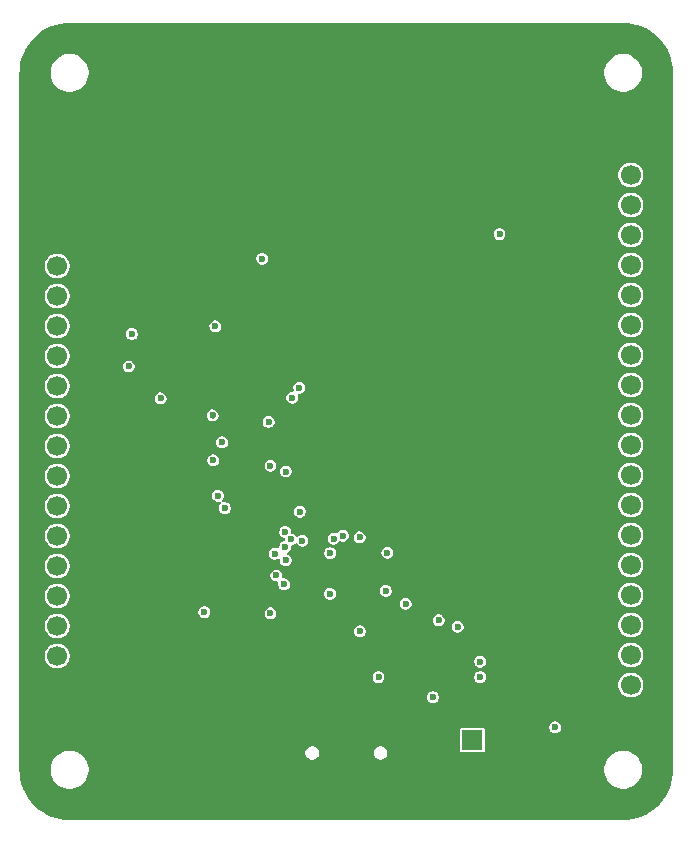
<source format=gbr>
%TF.GenerationSoftware,KiCad,Pcbnew,9.0.6*%
%TF.CreationDate,2025-11-30T17:52:57+02:00*%
%TF.ProjectId,laserboard,6c617365-7262-46f6-9172-642e6b696361,rev?*%
%TF.SameCoordinates,Original*%
%TF.FileFunction,Copper,L2,Inr*%
%TF.FilePolarity,Positive*%
%FSLAX46Y46*%
G04 Gerber Fmt 4.6, Leading zero omitted, Abs format (unit mm)*
G04 Created by KiCad (PCBNEW 9.0.6) date 2025-11-30 17:52:57*
%MOMM*%
%LPD*%
G01*
G04 APERTURE LIST*
%TA.AperFunction,ComponentPad*%
%ADD10R,1.700000X1.700000*%
%TD*%
%TA.AperFunction,ComponentPad*%
%ADD11C,1.700000*%
%TD*%
%TA.AperFunction,ComponentPad*%
%ADD12C,0.600000*%
%TD*%
%TA.AperFunction,HeatsinkPad*%
%ADD13O,1.000000X2.100000*%
%TD*%
%TA.AperFunction,HeatsinkPad*%
%ADD14O,1.000000X1.800000*%
%TD*%
%TA.AperFunction,ViaPad*%
%ADD15C,0.600000*%
%TD*%
%TA.AperFunction,Conductor*%
%ADD16C,0.500000*%
%TD*%
G04 APERTURE END LIST*
D10*
%TO.N,GND*%
%TO.C,J4*%
X101800000Y-154300000D03*
D11*
%TO.N,/Didital/GPIO29_ADC3*%
X101800000Y-151760000D03*
%TO.N,/Didital/GPIO28_ADC2*%
X101800000Y-149220000D03*
%TO.N,/Didital/GPIO27_ADC1*%
X101800000Y-146680000D03*
%TO.N,/Didital/GPIO26_ADC0*%
X101800000Y-144140000D03*
%TO.N,/Didital/GPIO25*%
X101800000Y-141600000D03*
%TO.N,/Didital/GPIO24*%
X101800000Y-139060000D03*
%TO.N,/Didital/GPIO23*%
X101800000Y-136520000D03*
%TO.N,/Didital/GPIO22*%
X101800000Y-133980000D03*
%TO.N,/Didital/GPIO21*%
X101800000Y-131440000D03*
%TO.N,/Didital/GPIO20*%
X101800000Y-128900000D03*
%TO.N,/Didital/GPIO16*%
X101800000Y-126360000D03*
%TO.N,/Didital/RUN*%
X101800000Y-123820000D03*
%TO.N,/Didital/SWD*%
X101800000Y-121280000D03*
%TO.N,/Didital/SWCLK*%
X101800000Y-118740000D03*
%TO.N,GND*%
X101800000Y-116200000D03*
X101800000Y-113660000D03*
X101800000Y-111120000D03*
X101800000Y-108580000D03*
%TD*%
D12*
%TO.N,GND*%
%TO.C,U7*%
X128637500Y-145300000D03*
X128637500Y-144025000D03*
X128637500Y-142750000D03*
X127362500Y-145300000D03*
X127362500Y-144025000D03*
X127362500Y-142750000D03*
X126087500Y-145300000D03*
X126087500Y-144025000D03*
X126087500Y-142750000D03*
%TD*%
D13*
%TO.N,GND*%
%TO.C,J2*%
X121960000Y-159370000D03*
D14*
X121960000Y-163550000D03*
D13*
X130600000Y-159370000D03*
D14*
X130600000Y-163550000D03*
%TD*%
D10*
%TO.N,/Didital/~{USB_BOOT}*%
%TO.C,J1*%
X136950000Y-158875000D03*
D11*
%TO.N,GND*%
X134410000Y-158875000D03*
%TD*%
D10*
%TO.N,GND*%
%TO.C,J3*%
X150370000Y-108510000D03*
D11*
%TO.N,/Didital/GPIO15*%
X150370000Y-111050000D03*
%TO.N,/Didital/GPIO14*%
X150370000Y-113590000D03*
%TO.N,/Didital/GPIO13*%
X150370000Y-116130000D03*
%TO.N,/Didital/GPIO12*%
X150370000Y-118670000D03*
%TO.N,/Didital/GPIO11*%
X150370000Y-121210000D03*
%TO.N,/Didital/GPIO10*%
X150370000Y-123750000D03*
%TO.N,/Didital/GPIO9*%
X150370000Y-126290000D03*
%TO.N,/Didital/GPIO8*%
X150370000Y-128830000D03*
%TO.N,/Didital/GPIO7*%
X150370000Y-131370000D03*
%TO.N,/Didital/GPIO6*%
X150370000Y-133910000D03*
%TO.N,/Didital/GPIO5*%
X150370000Y-136450000D03*
%TO.N,/Didital/GPIO4*%
X150370000Y-138990000D03*
%TO.N,/Didital/GPIO3*%
X150370000Y-141530000D03*
%TO.N,/Didital/GPIO2*%
X150370000Y-144070000D03*
%TO.N,/Didital/GPIO1*%
X150370000Y-146610000D03*
%TO.N,/Didital/GPIO0*%
X150370000Y-149150000D03*
%TO.N,+3V3*%
X150370000Y-151690000D03*
%TO.N,+5V*%
X150370000Y-154230000D03*
%TD*%
D15*
%TO.N,/RX frontend/Vref_Filter*%
X119700000Y-131950000D03*
X110550000Y-129950000D03*
X115400000Y-138200000D03*
X115000000Y-135200000D03*
X115190000Y-123850000D03*
X114962500Y-131387500D03*
%TO.N,GND*%
X130100000Y-132050000D03*
X120800000Y-147650000D03*
X108600000Y-106850000D03*
X152800000Y-121850000D03*
X137475000Y-149700000D03*
X131900000Y-155000000D03*
X133200000Y-148000000D03*
X116400000Y-145100000D03*
X134060000Y-114440000D03*
X125100000Y-135350000D03*
X110800000Y-132450000D03*
X128950000Y-152550000D03*
X147800000Y-111200000D03*
X107950000Y-129175000D03*
X108500000Y-164000000D03*
X134360000Y-117740000D03*
X119450000Y-128425000D03*
X120850000Y-124650000D03*
X112558930Y-134841072D03*
X136350000Y-142750000D03*
X153350000Y-147350000D03*
X153350000Y-152400000D03*
X119450000Y-139350000D03*
X116100000Y-142050000D03*
X108500000Y-142250000D03*
X107650000Y-115200000D03*
X123600000Y-150700000D03*
X138460000Y-121240000D03*
X143450000Y-102750000D03*
X132660000Y-124040000D03*
X122425000Y-116925000D03*
X127650000Y-152600000D03*
X144900000Y-147150000D03*
X107000000Y-117950000D03*
X131560000Y-119940000D03*
X104150000Y-142650000D03*
X125600000Y-136240000D03*
X144800000Y-121200000D03*
X147450000Y-156450000D03*
X133100000Y-132750000D03*
X153050000Y-141250000D03*
X116400000Y-164100000D03*
X122200000Y-127200000D03*
X152700000Y-134150000D03*
X99700000Y-137650000D03*
X108450000Y-158400000D03*
X131560000Y-117840000D03*
X138260000Y-123540000D03*
X144900000Y-143300000D03*
X153350000Y-156100000D03*
X144850000Y-138100000D03*
X126500000Y-136240000D03*
X137960000Y-118140000D03*
X120450000Y-132500000D03*
X141650000Y-147100000D03*
X130000000Y-135350000D03*
X123850000Y-155750000D03*
X119250000Y-112600000D03*
X135000000Y-127950000D03*
X134900000Y-132350000D03*
X119300000Y-142250000D03*
X105850000Y-135650000D03*
X122600000Y-120350000D03*
X136900000Y-125350000D03*
X138900000Y-147350000D03*
X144200000Y-115500000D03*
X127650000Y-154550000D03*
X133100000Y-126150000D03*
X108600000Y-102950000D03*
X140750000Y-153700000D03*
X143450000Y-106200000D03*
X125000000Y-131950000D03*
X147900000Y-147900000D03*
X133100000Y-128050000D03*
X110000000Y-136500000D03*
X144850000Y-130900000D03*
X106450000Y-122350000D03*
X131700000Y-135450000D03*
X116958927Y-139341072D03*
X99350000Y-126100000D03*
X135000000Y-126150000D03*
X119500000Y-145700000D03*
X112300000Y-112400000D03*
X142087500Y-135550000D03*
X145150000Y-153700000D03*
X138802500Y-138750000D03*
X114700000Y-143400000D03*
X108700000Y-133000000D03*
X120400000Y-130350000D03*
X99500000Y-145750000D03*
X105950000Y-144450000D03*
X121800000Y-151800000D03*
X107050000Y-139950000D03*
X105350000Y-156500000D03*
%TO.N,+3V3*%
X129750000Y-143025000D03*
X115750000Y-133675000D03*
X122350000Y-139550000D03*
X116000000Y-139241072D03*
X133610000Y-155250000D03*
X127400000Y-141725000D03*
X124911500Y-143050000D03*
X107850000Y-127250000D03*
X119850000Y-148150000D03*
X127425000Y-149675000D03*
X129625000Y-146250000D03*
X119150000Y-118125000D03*
X121100000Y-141250000D03*
X135700000Y-149300000D03*
X119850000Y-135650000D03*
X114250000Y-148050000D03*
X108125000Y-124500000D03*
X129000000Y-153550000D03*
X124900000Y-146500000D03*
%TO.N,+5V*%
X143950000Y-157800000D03*
X139250000Y-116040000D03*
%TO.N,/Didital/RUN*%
X125982891Y-141574000D03*
%TO.N,/Didital/GPIO16*%
X121150000Y-136150000D03*
%TO.N,/Didital/SWD*%
X121700000Y-129900000D03*
%TO.N,/Didital/GPIO28_ADC2*%
X121000000Y-145700000D03*
%TO.N,/Didital/GPIO23*%
X121100000Y-142525000D03*
%TO.N,/Didital/GPIO24*%
X120200000Y-143100000D03*
%TO.N,/Didital/GPIO25*%
X121150000Y-143675000D03*
%TO.N,/Didital/GPIO21*%
X122550000Y-142000000D03*
%TO.N,/Didital/GPIO22*%
X121600000Y-141900000D03*
%TO.N,/Didital/GPIO20*%
X125200000Y-141850000D03*
%TO.N,/Didital/SWCLK*%
X122300000Y-129050000D03*
%TO.N,/Didital/GPIO27_ADC1*%
X120350000Y-144950000D03*
%TO.N,/Didital/QSPI_SS*%
X131300000Y-147350000D03*
X137600000Y-153550000D03*
%TO.N,/Didital/QSPI_SD1*%
X137600000Y-152250000D03*
X134100000Y-148750000D03*
%TD*%
D16*
%TO.N,/RX frontend/Vref_Filter*%
X115000000Y-131425000D02*
X114962500Y-131387500D01*
%TD*%
%TA.AperFunction,Conductor*%
%TO.N,GND*%
G36*
X149712856Y-98150631D02*
G01*
X150096378Y-98168362D01*
X150107768Y-98169418D01*
X150485176Y-98222064D01*
X150496420Y-98224166D01*
X150867361Y-98311410D01*
X150878351Y-98314537D01*
X151239679Y-98435642D01*
X151250333Y-98439770D01*
X151598922Y-98593687D01*
X151609170Y-98598790D01*
X151942061Y-98784210D01*
X151951799Y-98790239D01*
X152263421Y-99003704D01*
X152266172Y-99005588D01*
X152275312Y-99012491D01*
X152568459Y-99255918D01*
X152576923Y-99263634D01*
X152846365Y-99533076D01*
X152854081Y-99541540D01*
X153097508Y-99834687D01*
X153104411Y-99843827D01*
X153319760Y-100158200D01*
X153325789Y-100167938D01*
X153511209Y-100500829D01*
X153516314Y-100511082D01*
X153670224Y-100859653D01*
X153674362Y-100870333D01*
X153795458Y-101231635D01*
X153798592Y-101242651D01*
X153885831Y-101613571D01*
X153887936Y-101624830D01*
X153940580Y-102002224D01*
X153941637Y-102013628D01*
X153959368Y-102397142D01*
X153959500Y-102402869D01*
X153959500Y-161397128D01*
X153959368Y-161402855D01*
X153941636Y-161786370D01*
X153940579Y-161797774D01*
X153887935Y-162175169D01*
X153885830Y-162186428D01*
X153798591Y-162557347D01*
X153795457Y-162568363D01*
X153674361Y-162929665D01*
X153670223Y-162940345D01*
X153516313Y-163288917D01*
X153511208Y-163299170D01*
X153325789Y-163632060D01*
X153319760Y-163641798D01*
X153104410Y-163956171D01*
X153097507Y-163965311D01*
X152854080Y-164258459D01*
X152846364Y-164266923D01*
X152576923Y-164536364D01*
X152568459Y-164544080D01*
X152275311Y-164787507D01*
X152266171Y-164794410D01*
X151951798Y-165009760D01*
X151942060Y-165015789D01*
X151609170Y-165201208D01*
X151598917Y-165206313D01*
X151250345Y-165360223D01*
X151239665Y-165364361D01*
X150878363Y-165485457D01*
X150867347Y-165488591D01*
X150496428Y-165575830D01*
X150485169Y-165577935D01*
X150107774Y-165630579D01*
X150096370Y-165631636D01*
X149712855Y-165649368D01*
X149707128Y-165649500D01*
X102852849Y-165649500D01*
X102847122Y-165649368D01*
X102463628Y-165631637D01*
X102452224Y-165630580D01*
X102074830Y-165577936D01*
X102063571Y-165575831D01*
X101692651Y-165488592D01*
X101681635Y-165485458D01*
X101320333Y-165364362D01*
X101309653Y-165360224D01*
X100961082Y-165206314D01*
X100950829Y-165201209D01*
X100617938Y-165015789D01*
X100608200Y-165009760D01*
X100293827Y-164794411D01*
X100284687Y-164787508D01*
X99991540Y-164544081D01*
X99983076Y-164536365D01*
X99713634Y-164266923D01*
X99705918Y-164258459D01*
X99565990Y-164089951D01*
X99462489Y-163965309D01*
X99455588Y-163956172D01*
X99455587Y-163956171D01*
X99347913Y-163798985D01*
X99240239Y-163641799D01*
X99234210Y-163632061D01*
X99054951Y-163310231D01*
X99048788Y-163299166D01*
X99043685Y-163288917D01*
X98916336Y-163000500D01*
X98889770Y-162940333D01*
X98885642Y-162929679D01*
X98764537Y-162568351D01*
X98761410Y-162557361D01*
X98674166Y-162186420D01*
X98672063Y-162175169D01*
X98654603Y-162050004D01*
X98619418Y-161797768D01*
X98618362Y-161786371D01*
X98617826Y-161774785D01*
X98600631Y-161402855D01*
X98600499Y-161397129D01*
X98600499Y-161274038D01*
X101249500Y-161274038D01*
X101249500Y-161525961D01*
X101288910Y-161774785D01*
X101366760Y-162014383D01*
X101445413Y-162168747D01*
X101448685Y-162175169D01*
X101481132Y-162238848D01*
X101629201Y-162442649D01*
X101629205Y-162442654D01*
X101807345Y-162620794D01*
X101807350Y-162620798D01*
X101985117Y-162749952D01*
X102011155Y-162768870D01*
X102154184Y-162841747D01*
X102235616Y-162883239D01*
X102235618Y-162883239D01*
X102235621Y-162883241D01*
X102475215Y-162961090D01*
X102724038Y-163000500D01*
X102724039Y-163000500D01*
X102975961Y-163000500D01*
X102975962Y-163000500D01*
X103224785Y-162961090D01*
X103464379Y-162883241D01*
X103688845Y-162768870D01*
X103892656Y-162620793D01*
X104070793Y-162442656D01*
X104218870Y-162238845D01*
X104333241Y-162014379D01*
X104411090Y-161774785D01*
X104450500Y-161525962D01*
X104450500Y-161274038D01*
X148109500Y-161274038D01*
X148109500Y-161525961D01*
X148148910Y-161774785D01*
X148226760Y-162014383D01*
X148305413Y-162168747D01*
X148308685Y-162175169D01*
X148341132Y-162238848D01*
X148489201Y-162442649D01*
X148489205Y-162442654D01*
X148667345Y-162620794D01*
X148667350Y-162620798D01*
X148845117Y-162749952D01*
X148871155Y-162768870D01*
X149014184Y-162841747D01*
X149095616Y-162883239D01*
X149095618Y-162883239D01*
X149095621Y-162883241D01*
X149335215Y-162961090D01*
X149584038Y-163000500D01*
X149584039Y-163000500D01*
X149835961Y-163000500D01*
X149835962Y-163000500D01*
X150084785Y-162961090D01*
X150324379Y-162883241D01*
X150548845Y-162768870D01*
X150752656Y-162620793D01*
X150930793Y-162442656D01*
X151078870Y-162238845D01*
X151193241Y-162014379D01*
X151271090Y-161774785D01*
X151310500Y-161525962D01*
X151310500Y-161274038D01*
X151271090Y-161025215D01*
X151193241Y-160785621D01*
X151193239Y-160785618D01*
X151193239Y-160785616D01*
X151151747Y-160704184D01*
X151078870Y-160561155D01*
X151042634Y-160511280D01*
X150930798Y-160357350D01*
X150930794Y-160357345D01*
X150752654Y-160179205D01*
X150752649Y-160179201D01*
X150548848Y-160031132D01*
X150548847Y-160031131D01*
X150548845Y-160031130D01*
X150478747Y-159995413D01*
X150324383Y-159916760D01*
X150084785Y-159838910D01*
X149859518Y-159803231D01*
X149835962Y-159799500D01*
X149584038Y-159799500D01*
X149560482Y-159803231D01*
X149335214Y-159838910D01*
X149095616Y-159916760D01*
X148871151Y-160031132D01*
X148667350Y-160179201D01*
X148667345Y-160179205D01*
X148489205Y-160357345D01*
X148489201Y-160357350D01*
X148341132Y-160561151D01*
X148226760Y-160785616D01*
X148148910Y-161025214D01*
X148109500Y-161274038D01*
X104450500Y-161274038D01*
X104411090Y-161025215D01*
X104333241Y-160785621D01*
X104333239Y-160785618D01*
X104333239Y-160785616D01*
X104291747Y-160704184D01*
X104218870Y-160561155D01*
X104182634Y-160511280D01*
X104070798Y-160357350D01*
X104070794Y-160357345D01*
X103892654Y-160179205D01*
X103892649Y-160179201D01*
X103688848Y-160031132D01*
X103688847Y-160031131D01*
X103688845Y-160031130D01*
X103607053Y-159989455D01*
X103464383Y-159916760D01*
X103410443Y-159899234D01*
X122814500Y-159899234D01*
X122814500Y-160050765D01*
X122853719Y-160197136D01*
X122891602Y-160262750D01*
X122929485Y-160328365D01*
X123036635Y-160435515D01*
X123167865Y-160511281D01*
X123314234Y-160550500D01*
X123314236Y-160550500D01*
X123465764Y-160550500D01*
X123465766Y-160550500D01*
X123612135Y-160511281D01*
X123743365Y-160435515D01*
X123850515Y-160328365D01*
X123926281Y-160197135D01*
X123965500Y-160050766D01*
X123965500Y-159899234D01*
X128594500Y-159899234D01*
X128594500Y-160050765D01*
X128633719Y-160197136D01*
X128671602Y-160262750D01*
X128709485Y-160328365D01*
X128816635Y-160435515D01*
X128947865Y-160511281D01*
X129094234Y-160550500D01*
X129094236Y-160550500D01*
X129245764Y-160550500D01*
X129245766Y-160550500D01*
X129392135Y-160511281D01*
X129523365Y-160435515D01*
X129630515Y-160328365D01*
X129706281Y-160197135D01*
X129745500Y-160050766D01*
X129745500Y-159899234D01*
X129706281Y-159752865D01*
X129630515Y-159621635D01*
X129523365Y-159514485D01*
X129457750Y-159476602D01*
X129392136Y-159438719D01*
X129318950Y-159419109D01*
X129245766Y-159399500D01*
X129094234Y-159399500D01*
X128947863Y-159438719D01*
X128816635Y-159514485D01*
X128816632Y-159514487D01*
X128709487Y-159621632D01*
X128709485Y-159621635D01*
X128633719Y-159752863D01*
X128594500Y-159899234D01*
X123965500Y-159899234D01*
X123926281Y-159752865D01*
X123850515Y-159621635D01*
X123743365Y-159514485D01*
X123677750Y-159476602D01*
X123612136Y-159438719D01*
X123538950Y-159419109D01*
X123465766Y-159399500D01*
X123314234Y-159399500D01*
X123167863Y-159438719D01*
X123036635Y-159514485D01*
X123036632Y-159514487D01*
X122929487Y-159621632D01*
X122929485Y-159621635D01*
X122853719Y-159752863D01*
X122814500Y-159899234D01*
X103410443Y-159899234D01*
X103224785Y-159838910D01*
X102999518Y-159803231D01*
X102975962Y-159799500D01*
X102724038Y-159799500D01*
X102700482Y-159803231D01*
X102475214Y-159838910D01*
X102235616Y-159916760D01*
X102011151Y-160031132D01*
X101807350Y-160179201D01*
X101807345Y-160179205D01*
X101629205Y-160357345D01*
X101629201Y-160357350D01*
X101481132Y-160561151D01*
X101366760Y-160785616D01*
X101288910Y-161025214D01*
X101249500Y-161274038D01*
X98600499Y-161274038D01*
X98600499Y-158005247D01*
X135899500Y-158005247D01*
X135899500Y-159744752D01*
X135911131Y-159803229D01*
X135911132Y-159803230D01*
X135955447Y-159869552D01*
X136021769Y-159913867D01*
X136021770Y-159913868D01*
X136080247Y-159925499D01*
X136080250Y-159925500D01*
X136080252Y-159925500D01*
X137819750Y-159925500D01*
X137819751Y-159925499D01*
X137834568Y-159922552D01*
X137878229Y-159913868D01*
X137878229Y-159913867D01*
X137878231Y-159913867D01*
X137944552Y-159869552D01*
X137988867Y-159803231D01*
X137988867Y-159803229D01*
X137988868Y-159803229D01*
X138000499Y-159744752D01*
X138000500Y-159744750D01*
X138000500Y-158005249D01*
X138000499Y-158005247D01*
X137988868Y-157946770D01*
X137988867Y-157946769D01*
X137944552Y-157880447D01*
X137878230Y-157836132D01*
X137878228Y-157836131D01*
X137819752Y-157824500D01*
X137819748Y-157824500D01*
X136080252Y-157824500D01*
X136080247Y-157824500D01*
X136021770Y-157836131D01*
X136021769Y-157836132D01*
X135955447Y-157880447D01*
X135911132Y-157946769D01*
X135911131Y-157946770D01*
X135899500Y-158005247D01*
X98600499Y-158005247D01*
X98600499Y-157734108D01*
X143449500Y-157734108D01*
X143449500Y-157865891D01*
X143483608Y-157993187D01*
X143490574Y-158005252D01*
X143549500Y-158107314D01*
X143642686Y-158200500D01*
X143756814Y-158266392D01*
X143884108Y-158300500D01*
X143884110Y-158300500D01*
X144015890Y-158300500D01*
X144015892Y-158300500D01*
X144143186Y-158266392D01*
X144257314Y-158200500D01*
X144350500Y-158107314D01*
X144416392Y-157993186D01*
X144450500Y-157865892D01*
X144450500Y-157734108D01*
X144416392Y-157606814D01*
X144350500Y-157492686D01*
X144257314Y-157399500D01*
X144200250Y-157366554D01*
X144143187Y-157333608D01*
X144079539Y-157316554D01*
X144015892Y-157299500D01*
X143884108Y-157299500D01*
X143756812Y-157333608D01*
X143642686Y-157399500D01*
X143642683Y-157399502D01*
X143549502Y-157492683D01*
X143549500Y-157492686D01*
X143483608Y-157606812D01*
X143449500Y-157734108D01*
X98600499Y-157734108D01*
X98600499Y-155184108D01*
X133109500Y-155184108D01*
X133109500Y-155315891D01*
X133143608Y-155443187D01*
X133176554Y-155500250D01*
X133209500Y-155557314D01*
X133302686Y-155650500D01*
X133416814Y-155716392D01*
X133544108Y-155750500D01*
X133544110Y-155750500D01*
X133675890Y-155750500D01*
X133675892Y-155750500D01*
X133803186Y-155716392D01*
X133917314Y-155650500D01*
X134010500Y-155557314D01*
X134076392Y-155443186D01*
X134110500Y-155315892D01*
X134110500Y-155184108D01*
X134076392Y-155056814D01*
X134010500Y-154942686D01*
X133917314Y-154849500D01*
X133860250Y-154816554D01*
X133803187Y-154783608D01*
X133739539Y-154766554D01*
X133675892Y-154749500D01*
X133544108Y-154749500D01*
X133416812Y-154783608D01*
X133302686Y-154849500D01*
X133302683Y-154849502D01*
X133209502Y-154942683D01*
X133209500Y-154942686D01*
X133143608Y-155056812D01*
X133109500Y-155184108D01*
X98600499Y-155184108D01*
X98600499Y-154126530D01*
X149319500Y-154126530D01*
X149319500Y-154333469D01*
X149359868Y-154536412D01*
X149359870Y-154536420D01*
X149439059Y-154727598D01*
X149496541Y-154813626D01*
X149554024Y-154899657D01*
X149700342Y-155045975D01*
X149700345Y-155045977D01*
X149872402Y-155160941D01*
X150063580Y-155240130D01*
X150266530Y-155280499D01*
X150266534Y-155280500D01*
X150266535Y-155280500D01*
X150473466Y-155280500D01*
X150473467Y-155280499D01*
X150676420Y-155240130D01*
X150867598Y-155160941D01*
X151039655Y-155045977D01*
X151185977Y-154899655D01*
X151300941Y-154727598D01*
X151380130Y-154536420D01*
X151420500Y-154333465D01*
X151420500Y-154126535D01*
X151380130Y-153923580D01*
X151300941Y-153732402D01*
X151185977Y-153560345D01*
X151185975Y-153560342D01*
X151039657Y-153414024D01*
X150953626Y-153356541D01*
X150867598Y-153299059D01*
X150676420Y-153219870D01*
X150676412Y-153219868D01*
X150473469Y-153179500D01*
X150473465Y-153179500D01*
X150266535Y-153179500D01*
X150266530Y-153179500D01*
X150063587Y-153219868D01*
X150063579Y-153219870D01*
X149872403Y-153299058D01*
X149700342Y-153414024D01*
X149554024Y-153560342D01*
X149439058Y-153732403D01*
X149359870Y-153923579D01*
X149359868Y-153923587D01*
X149319500Y-154126530D01*
X98600499Y-154126530D01*
X98600499Y-153484108D01*
X128499500Y-153484108D01*
X128499500Y-153615891D01*
X128533608Y-153743187D01*
X128566554Y-153800250D01*
X128599500Y-153857314D01*
X128692686Y-153950500D01*
X128806814Y-154016392D01*
X128934108Y-154050500D01*
X128934110Y-154050500D01*
X129065890Y-154050500D01*
X129065892Y-154050500D01*
X129193186Y-154016392D01*
X129307314Y-153950500D01*
X129400500Y-153857314D01*
X129466392Y-153743186D01*
X129500500Y-153615892D01*
X129500500Y-153484108D01*
X137099500Y-153484108D01*
X137099500Y-153615891D01*
X137133608Y-153743187D01*
X137166554Y-153800250D01*
X137199500Y-153857314D01*
X137292686Y-153950500D01*
X137406814Y-154016392D01*
X137534108Y-154050500D01*
X137534110Y-154050500D01*
X137665890Y-154050500D01*
X137665892Y-154050500D01*
X137793186Y-154016392D01*
X137907314Y-153950500D01*
X138000500Y-153857314D01*
X138066392Y-153743186D01*
X138100500Y-153615892D01*
X138100500Y-153484108D01*
X138066392Y-153356814D01*
X138000500Y-153242686D01*
X137907314Y-153149500D01*
X137850250Y-153116554D01*
X137793187Y-153083608D01*
X137729539Y-153066554D01*
X137665892Y-153049500D01*
X137534108Y-153049500D01*
X137406812Y-153083608D01*
X137292686Y-153149500D01*
X137292683Y-153149502D01*
X137199502Y-153242683D01*
X137199500Y-153242686D01*
X137133608Y-153356812D01*
X137099500Y-153484108D01*
X129500500Y-153484108D01*
X129466392Y-153356814D01*
X129400500Y-153242686D01*
X129307314Y-153149500D01*
X129250250Y-153116554D01*
X129193187Y-153083608D01*
X129129539Y-153066554D01*
X129065892Y-153049500D01*
X128934108Y-153049500D01*
X128806812Y-153083608D01*
X128692686Y-153149500D01*
X128692683Y-153149502D01*
X128599502Y-153242683D01*
X128599500Y-153242686D01*
X128533608Y-153356812D01*
X128499500Y-153484108D01*
X98600499Y-153484108D01*
X98600499Y-151656530D01*
X100749500Y-151656530D01*
X100749500Y-151863469D01*
X100789868Y-152066412D01*
X100789870Y-152066420D01*
X100869058Y-152257596D01*
X100984024Y-152429657D01*
X101130342Y-152575975D01*
X101130345Y-152575977D01*
X101302402Y-152690941D01*
X101493580Y-152770130D01*
X101696530Y-152810499D01*
X101696534Y-152810500D01*
X101696535Y-152810500D01*
X101903466Y-152810500D01*
X101903467Y-152810499D01*
X102106420Y-152770130D01*
X102297598Y-152690941D01*
X102469655Y-152575977D01*
X102615977Y-152429655D01*
X102730941Y-152257598D01*
X102761382Y-152184108D01*
X137099500Y-152184108D01*
X137099500Y-152315891D01*
X137133608Y-152443187D01*
X137166554Y-152500250D01*
X137199500Y-152557314D01*
X137292686Y-152650500D01*
X137406814Y-152716392D01*
X137534108Y-152750500D01*
X137534110Y-152750500D01*
X137665890Y-152750500D01*
X137665892Y-152750500D01*
X137793186Y-152716392D01*
X137907314Y-152650500D01*
X138000500Y-152557314D01*
X138066392Y-152443186D01*
X138100500Y-152315892D01*
X138100500Y-152184108D01*
X138066392Y-152056814D01*
X138000500Y-151942686D01*
X137907314Y-151849500D01*
X137810259Y-151793465D01*
X137793187Y-151783608D01*
X137729539Y-151766554D01*
X137665892Y-151749500D01*
X137534108Y-151749500D01*
X137406812Y-151783608D01*
X137292686Y-151849500D01*
X137292683Y-151849502D01*
X137199502Y-151942683D01*
X137199500Y-151942686D01*
X137133608Y-152056812D01*
X137099500Y-152184108D01*
X102761382Y-152184108D01*
X102810130Y-152066420D01*
X102850500Y-151863465D01*
X102850500Y-151656535D01*
X102850417Y-151656120D01*
X102840177Y-151604634D01*
X102836576Y-151586530D01*
X149319500Y-151586530D01*
X149319500Y-151793469D01*
X149359868Y-151996412D01*
X149359870Y-151996420D01*
X149439058Y-152187596D01*
X149554024Y-152359657D01*
X149700342Y-152505975D01*
X149700345Y-152505977D01*
X149872402Y-152620941D01*
X150063580Y-152700130D01*
X150266530Y-152740499D01*
X150266534Y-152740500D01*
X150266535Y-152740500D01*
X150473466Y-152740500D01*
X150473467Y-152740499D01*
X150676420Y-152700130D01*
X150867598Y-152620941D01*
X151039655Y-152505977D01*
X151185977Y-152359655D01*
X151300941Y-152187598D01*
X151380130Y-151996420D01*
X151420500Y-151793465D01*
X151420500Y-151586535D01*
X151380130Y-151383580D01*
X151300941Y-151192402D01*
X151185977Y-151020345D01*
X151185975Y-151020342D01*
X151039657Y-150874024D01*
X150953626Y-150816541D01*
X150867598Y-150759059D01*
X150676420Y-150679870D01*
X150676412Y-150679868D01*
X150473469Y-150639500D01*
X150473465Y-150639500D01*
X150266535Y-150639500D01*
X150266530Y-150639500D01*
X150063587Y-150679868D01*
X150063579Y-150679870D01*
X149872403Y-150759058D01*
X149700342Y-150874024D01*
X149554024Y-151020342D01*
X149439058Y-151192403D01*
X149359870Y-151383579D01*
X149359868Y-151383587D01*
X149319500Y-151586530D01*
X102836576Y-151586530D01*
X102810131Y-151453587D01*
X102810130Y-151453580D01*
X102730941Y-151262402D01*
X102615977Y-151090345D01*
X102615975Y-151090342D01*
X102469657Y-150944024D01*
X102364892Y-150874023D01*
X102297598Y-150829059D01*
X102106420Y-150749870D01*
X102106412Y-150749868D01*
X101903469Y-150709500D01*
X101903465Y-150709500D01*
X101696535Y-150709500D01*
X101696530Y-150709500D01*
X101493587Y-150749868D01*
X101493579Y-150749870D01*
X101302403Y-150829058D01*
X101130342Y-150944024D01*
X100984024Y-151090342D01*
X100869058Y-151262403D01*
X100789870Y-151453579D01*
X100789868Y-151453587D01*
X100749500Y-151656530D01*
X98600499Y-151656530D01*
X98600499Y-149116530D01*
X100749500Y-149116530D01*
X100749500Y-149323469D01*
X100789868Y-149526412D01*
X100789870Y-149526420D01*
X100824121Y-149609110D01*
X100869059Y-149717598D01*
X100901661Y-149766391D01*
X100984024Y-149889657D01*
X101130342Y-150035975D01*
X101130345Y-150035977D01*
X101302402Y-150150941D01*
X101493580Y-150230130D01*
X101696530Y-150270499D01*
X101696534Y-150270500D01*
X101696535Y-150270500D01*
X101903466Y-150270500D01*
X101903467Y-150270499D01*
X102106420Y-150230130D01*
X102297598Y-150150941D01*
X102469655Y-150035977D01*
X102615977Y-149889655D01*
X102730941Y-149717598D01*
X102775879Y-149609108D01*
X126924500Y-149609108D01*
X126924500Y-149740892D01*
X126940472Y-149800500D01*
X126958608Y-149868187D01*
X126971003Y-149889655D01*
X127024500Y-149982314D01*
X127117686Y-150075500D01*
X127231814Y-150141392D01*
X127359108Y-150175500D01*
X127359110Y-150175500D01*
X127490890Y-150175500D01*
X127490892Y-150175500D01*
X127618186Y-150141392D01*
X127732314Y-150075500D01*
X127825500Y-149982314D01*
X127891392Y-149868186D01*
X127925500Y-149740892D01*
X127925500Y-149609108D01*
X127891392Y-149481814D01*
X127825500Y-149367686D01*
X127732314Y-149274500D01*
X127662353Y-149234108D01*
X127618187Y-149208608D01*
X127554539Y-149191554D01*
X127490892Y-149174500D01*
X127359108Y-149174500D01*
X127231812Y-149208608D01*
X127117686Y-149274500D01*
X127117683Y-149274502D01*
X127024502Y-149367683D01*
X127024500Y-149367686D01*
X126958608Y-149481812D01*
X126946658Y-149526412D01*
X126924500Y-149609108D01*
X102775879Y-149609108D01*
X102810130Y-149526420D01*
X102850500Y-149323465D01*
X102850500Y-149116535D01*
X102810130Y-148913580D01*
X102730941Y-148722402D01*
X102705354Y-148684108D01*
X133599500Y-148684108D01*
X133599500Y-148815891D01*
X133633608Y-148943187D01*
X133662185Y-148992683D01*
X133699500Y-149057314D01*
X133792686Y-149150500D01*
X133906814Y-149216392D01*
X134034108Y-149250500D01*
X134034110Y-149250500D01*
X134165890Y-149250500D01*
X134165892Y-149250500D01*
X134227068Y-149234108D01*
X135199500Y-149234108D01*
X135199500Y-149365891D01*
X135233608Y-149493187D01*
X135266554Y-149550250D01*
X135299500Y-149607314D01*
X135392686Y-149700500D01*
X135506814Y-149766392D01*
X135634108Y-149800500D01*
X135634110Y-149800500D01*
X135765890Y-149800500D01*
X135765892Y-149800500D01*
X135893186Y-149766392D01*
X136007314Y-149700500D01*
X136100500Y-149607314D01*
X136166392Y-149493186D01*
X136200500Y-149365892D01*
X136200500Y-149234108D01*
X136166392Y-149106814D01*
X136131587Y-149046530D01*
X149319500Y-149046530D01*
X149319500Y-149253469D01*
X149359868Y-149456412D01*
X149359870Y-149456420D01*
X149439058Y-149647596D01*
X149554024Y-149819657D01*
X149700342Y-149965975D01*
X149700345Y-149965977D01*
X149872402Y-150080941D01*
X150063580Y-150160130D01*
X150266530Y-150200499D01*
X150266534Y-150200500D01*
X150266535Y-150200500D01*
X150473466Y-150200500D01*
X150473467Y-150200499D01*
X150676420Y-150160130D01*
X150867598Y-150080941D01*
X151039655Y-149965977D01*
X151185977Y-149819655D01*
X151300941Y-149647598D01*
X151380130Y-149456420D01*
X151420500Y-149253465D01*
X151420500Y-149046535D01*
X151380130Y-148843580D01*
X151300941Y-148652402D01*
X151185977Y-148480345D01*
X151185975Y-148480342D01*
X151039657Y-148334024D01*
X150903707Y-148243186D01*
X150867598Y-148219059D01*
X150859952Y-148215892D01*
X150676420Y-148139870D01*
X150676412Y-148139868D01*
X150473469Y-148099500D01*
X150473465Y-148099500D01*
X150266535Y-148099500D01*
X150266530Y-148099500D01*
X150063587Y-148139868D01*
X150063579Y-148139870D01*
X149872403Y-148219058D01*
X149700342Y-148334024D01*
X149554024Y-148480342D01*
X149439058Y-148652403D01*
X149359870Y-148843579D01*
X149359868Y-148843587D01*
X149319500Y-149046530D01*
X136131587Y-149046530D01*
X136100500Y-148992686D01*
X136007314Y-148899500D01*
X135950250Y-148866554D01*
X135893187Y-148833608D01*
X135827061Y-148815890D01*
X135765892Y-148799500D01*
X135634108Y-148799500D01*
X135506812Y-148833608D01*
X135392686Y-148899500D01*
X135392683Y-148899502D01*
X135299502Y-148992683D01*
X135299500Y-148992686D01*
X135233608Y-149106812D01*
X135199500Y-149234108D01*
X134227068Y-149234108D01*
X134293186Y-149216392D01*
X134407314Y-149150500D01*
X134500500Y-149057314D01*
X134566392Y-148943186D01*
X134600500Y-148815892D01*
X134600500Y-148684108D01*
X134566392Y-148556814D01*
X134500500Y-148442686D01*
X134407314Y-148349500D01*
X134350250Y-148316554D01*
X134293187Y-148283608D01*
X134229539Y-148266554D01*
X134165892Y-148249500D01*
X134034108Y-148249500D01*
X133906812Y-148283608D01*
X133792686Y-148349500D01*
X133792683Y-148349502D01*
X133699502Y-148442683D01*
X133699500Y-148442686D01*
X133633608Y-148556812D01*
X133599500Y-148684108D01*
X102705354Y-148684108D01*
X102615977Y-148550345D01*
X102615975Y-148550342D01*
X102469657Y-148404024D01*
X102364892Y-148334023D01*
X102297598Y-148289059D01*
X102284438Y-148283608D01*
X102106420Y-148209870D01*
X102106412Y-148209868D01*
X101903469Y-148169500D01*
X101903465Y-148169500D01*
X101696535Y-148169500D01*
X101696530Y-148169500D01*
X101493587Y-148209868D01*
X101493579Y-148209870D01*
X101302403Y-148289058D01*
X101130342Y-148404024D01*
X100984024Y-148550342D01*
X100869058Y-148722403D01*
X100789870Y-148913579D01*
X100789868Y-148913587D01*
X100749500Y-149116530D01*
X98600499Y-149116530D01*
X98600499Y-147984108D01*
X113749500Y-147984108D01*
X113749500Y-148115891D01*
X113783608Y-148243187D01*
X113787253Y-148249500D01*
X113849500Y-148357314D01*
X113942686Y-148450500D01*
X114056814Y-148516392D01*
X114184108Y-148550500D01*
X114184110Y-148550500D01*
X114315890Y-148550500D01*
X114315892Y-148550500D01*
X114443186Y-148516392D01*
X114557314Y-148450500D01*
X114650500Y-148357314D01*
X114716392Y-148243186D01*
X114750500Y-148115892D01*
X114750500Y-148084108D01*
X119349500Y-148084108D01*
X119349500Y-148215892D01*
X119350349Y-148219059D01*
X119383608Y-148343187D01*
X119391766Y-148357316D01*
X119449500Y-148457314D01*
X119542686Y-148550500D01*
X119641521Y-148607563D01*
X119656810Y-148616390D01*
X119656814Y-148616392D01*
X119784108Y-148650500D01*
X119784110Y-148650500D01*
X119915890Y-148650500D01*
X119915892Y-148650500D01*
X120043186Y-148616392D01*
X120157314Y-148550500D01*
X120250500Y-148457314D01*
X120316392Y-148343186D01*
X120350500Y-148215892D01*
X120350500Y-148084108D01*
X120316392Y-147956814D01*
X120250500Y-147842686D01*
X120157314Y-147749500D01*
X120100250Y-147716554D01*
X120043187Y-147683608D01*
X119956941Y-147660499D01*
X119915892Y-147649500D01*
X119784108Y-147649500D01*
X119656812Y-147683608D01*
X119542686Y-147749500D01*
X119542683Y-147749502D01*
X119449502Y-147842683D01*
X119449500Y-147842686D01*
X119383608Y-147956812D01*
X119376294Y-147984110D01*
X119349500Y-148084108D01*
X114750500Y-148084108D01*
X114750500Y-147984108D01*
X114716392Y-147856814D01*
X114650500Y-147742686D01*
X114557314Y-147649500D01*
X114490528Y-147610941D01*
X114443187Y-147583608D01*
X114379539Y-147566554D01*
X114315892Y-147549500D01*
X114184108Y-147549500D01*
X114056812Y-147583608D01*
X113942686Y-147649500D01*
X113942683Y-147649502D01*
X113849502Y-147742683D01*
X113849500Y-147742686D01*
X113783608Y-147856812D01*
X113749500Y-147984108D01*
X98600499Y-147984108D01*
X98600499Y-146576530D01*
X100749500Y-146576530D01*
X100749500Y-146783469D01*
X100785886Y-146966391D01*
X100789870Y-146986420D01*
X100869059Y-147177598D01*
X100926541Y-147263626D01*
X100984024Y-147349657D01*
X101130342Y-147495975D01*
X101130345Y-147495977D01*
X101302402Y-147610941D01*
X101493580Y-147690130D01*
X101696530Y-147730499D01*
X101696534Y-147730500D01*
X101696535Y-147730500D01*
X101903466Y-147730500D01*
X101903467Y-147730499D01*
X102106420Y-147690130D01*
X102297598Y-147610941D01*
X102469655Y-147495977D01*
X102615977Y-147349655D01*
X102659774Y-147284108D01*
X130799500Y-147284108D01*
X130799500Y-147415891D01*
X130833608Y-147543187D01*
X130837253Y-147549500D01*
X130899500Y-147657314D01*
X130992686Y-147750500D01*
X131106814Y-147816392D01*
X131234108Y-147850500D01*
X131234110Y-147850500D01*
X131365890Y-147850500D01*
X131365892Y-147850500D01*
X131493186Y-147816392D01*
X131607314Y-147750500D01*
X131700500Y-147657314D01*
X131766392Y-147543186D01*
X131800500Y-147415892D01*
X131800500Y-147284108D01*
X131766392Y-147156814D01*
X131700500Y-147042686D01*
X131607314Y-146949500D01*
X131522439Y-146900497D01*
X131493187Y-146883608D01*
X131429539Y-146866554D01*
X131365892Y-146849500D01*
X131234108Y-146849500D01*
X131106812Y-146883608D01*
X130992686Y-146949500D01*
X130992683Y-146949502D01*
X130899502Y-147042683D01*
X130899500Y-147042686D01*
X130833608Y-147156812D01*
X130799500Y-147284108D01*
X102659774Y-147284108D01*
X102730941Y-147177598D01*
X102810130Y-146986420D01*
X102850500Y-146783465D01*
X102850500Y-146576535D01*
X102822170Y-146434108D01*
X124399500Y-146434108D01*
X124399500Y-146565892D01*
X124402352Y-146576535D01*
X124433608Y-146693187D01*
X124445318Y-146713469D01*
X124499500Y-146807314D01*
X124592686Y-146900500D01*
X124706814Y-146966392D01*
X124834108Y-147000500D01*
X124834110Y-147000500D01*
X124965890Y-147000500D01*
X124965892Y-147000500D01*
X125093186Y-146966392D01*
X125207314Y-146900500D01*
X125300500Y-146807314D01*
X125366392Y-146693186D01*
X125400500Y-146565892D01*
X125400500Y-146434108D01*
X125366392Y-146306814D01*
X125300500Y-146192686D01*
X125291922Y-146184108D01*
X129124500Y-146184108D01*
X129124500Y-146315891D01*
X129158608Y-146443187D01*
X129162644Y-146450177D01*
X129224500Y-146557314D01*
X129317686Y-146650500D01*
X129431814Y-146716392D01*
X129559108Y-146750500D01*
X129559110Y-146750500D01*
X129690890Y-146750500D01*
X129690892Y-146750500D01*
X129818186Y-146716392D01*
X129932314Y-146650500D01*
X130025500Y-146557314D01*
X130054820Y-146506530D01*
X149319500Y-146506530D01*
X149319500Y-146713469D01*
X149359868Y-146916412D01*
X149359870Y-146916420D01*
X149439058Y-147107596D01*
X149554024Y-147279657D01*
X149700342Y-147425975D01*
X149700345Y-147425977D01*
X149872402Y-147540941D01*
X150063580Y-147620130D01*
X150250513Y-147657313D01*
X150266530Y-147660499D01*
X150266534Y-147660500D01*
X150266535Y-147660500D01*
X150473466Y-147660500D01*
X150473467Y-147660499D01*
X150676420Y-147620130D01*
X150867598Y-147540941D01*
X151039655Y-147425977D01*
X151185977Y-147279655D01*
X151300941Y-147107598D01*
X151380130Y-146916420D01*
X151420500Y-146713465D01*
X151420500Y-146506535D01*
X151380130Y-146303580D01*
X151300941Y-146112402D01*
X151185977Y-145940345D01*
X151185975Y-145940342D01*
X151039657Y-145794024D01*
X150953626Y-145736541D01*
X150867598Y-145679059D01*
X150759077Y-145634108D01*
X150676420Y-145599870D01*
X150676412Y-145599868D01*
X150473469Y-145559500D01*
X150473465Y-145559500D01*
X150266535Y-145559500D01*
X150266530Y-145559500D01*
X150063587Y-145599868D01*
X150063579Y-145599870D01*
X149872403Y-145679058D01*
X149700342Y-145794024D01*
X149554024Y-145940342D01*
X149439058Y-146112403D01*
X149359870Y-146303579D01*
X149359868Y-146303587D01*
X149319500Y-146506530D01*
X130054820Y-146506530D01*
X130091392Y-146443186D01*
X130125500Y-146315892D01*
X130125500Y-146184108D01*
X130091392Y-146056814D01*
X130025500Y-145942686D01*
X129932314Y-145849500D01*
X129875250Y-145816554D01*
X129818187Y-145783608D01*
X129752061Y-145765890D01*
X129690892Y-145749500D01*
X129559108Y-145749500D01*
X129431812Y-145783608D01*
X129317686Y-145849500D01*
X129317683Y-145849502D01*
X129224502Y-145942683D01*
X129224500Y-145942686D01*
X129158608Y-146056812D01*
X129124500Y-146184108D01*
X125291922Y-146184108D01*
X125207314Y-146099500D01*
X125133380Y-146056814D01*
X125093187Y-146033608D01*
X125006355Y-146010342D01*
X124965892Y-145999500D01*
X124834108Y-145999500D01*
X124706812Y-146033608D01*
X124592686Y-146099500D01*
X124592683Y-146099502D01*
X124499502Y-146192683D01*
X124499500Y-146192686D01*
X124433608Y-146306812D01*
X124415718Y-146373580D01*
X124399500Y-146434108D01*
X102822170Y-146434108D01*
X102810130Y-146373580D01*
X102730941Y-146182402D01*
X102615977Y-146010345D01*
X102615975Y-146010342D01*
X102469657Y-145864024D01*
X102364892Y-145794023D01*
X102297598Y-145749059D01*
X102106420Y-145669870D01*
X102106412Y-145669868D01*
X101903469Y-145629500D01*
X101903465Y-145629500D01*
X101696535Y-145629500D01*
X101696530Y-145629500D01*
X101493587Y-145669868D01*
X101493579Y-145669870D01*
X101302403Y-145749058D01*
X101130342Y-145864024D01*
X100984024Y-146010342D01*
X100869058Y-146182403D01*
X100789870Y-146373579D01*
X100789868Y-146373587D01*
X100749500Y-146576530D01*
X98600499Y-146576530D01*
X98600499Y-144036530D01*
X100749500Y-144036530D01*
X100749500Y-144243469D01*
X100775946Y-144376420D01*
X100789870Y-144446420D01*
X100869059Y-144637598D01*
X100872457Y-144642683D01*
X100984024Y-144809657D01*
X101130342Y-144955975D01*
X101130345Y-144955977D01*
X101302402Y-145070941D01*
X101493580Y-145150130D01*
X101642818Y-145179815D01*
X101696530Y-145190499D01*
X101696534Y-145190500D01*
X101696535Y-145190500D01*
X101903466Y-145190500D01*
X101903467Y-145190499D01*
X102106420Y-145150130D01*
X102297598Y-145070941D01*
X102469655Y-144955977D01*
X102541524Y-144884108D01*
X119849500Y-144884108D01*
X119849500Y-145015891D01*
X119883608Y-145143187D01*
X119904756Y-145179815D01*
X119949500Y-145257314D01*
X120042686Y-145350500D01*
X120156814Y-145416392D01*
X120284108Y-145450500D01*
X120284110Y-145450500D01*
X120387098Y-145450500D01*
X120454137Y-145470185D01*
X120499892Y-145522989D01*
X120509836Y-145592147D01*
X120506873Y-145606593D01*
X120499500Y-145634108D01*
X120499500Y-145765891D01*
X120533608Y-145893187D01*
X120560835Y-145940345D01*
X120599500Y-146007314D01*
X120692686Y-146100500D01*
X120806814Y-146166392D01*
X120934108Y-146200500D01*
X120934110Y-146200500D01*
X121065890Y-146200500D01*
X121065892Y-146200500D01*
X121193186Y-146166392D01*
X121307314Y-146100500D01*
X121400500Y-146007314D01*
X121466392Y-145893186D01*
X121500500Y-145765892D01*
X121500500Y-145634108D01*
X121466392Y-145506814D01*
X121400500Y-145392686D01*
X121307314Y-145299500D01*
X121250250Y-145266554D01*
X121193187Y-145233608D01*
X121129539Y-145216554D01*
X121065892Y-145199500D01*
X120962902Y-145199500D01*
X120895863Y-145179815D01*
X120850108Y-145127011D01*
X120840164Y-145057853D01*
X120843127Y-145043407D01*
X120850500Y-145015892D01*
X120850500Y-144884108D01*
X120816392Y-144756814D01*
X120750500Y-144642686D01*
X120657314Y-144549500D01*
X120600250Y-144516554D01*
X120543187Y-144483608D01*
X120479539Y-144466554D01*
X120415892Y-144449500D01*
X120284108Y-144449500D01*
X120156812Y-144483608D01*
X120042686Y-144549500D01*
X120042683Y-144549502D01*
X119949502Y-144642683D01*
X119949500Y-144642686D01*
X119883608Y-144756812D01*
X119849500Y-144884108D01*
X102541524Y-144884108D01*
X102615977Y-144809655D01*
X102662749Y-144739655D01*
X102730940Y-144637600D01*
X102730940Y-144637599D01*
X102730941Y-144637598D01*
X102810130Y-144446420D01*
X102850500Y-144243465D01*
X102850500Y-144036535D01*
X102810130Y-143833580D01*
X102730941Y-143642402D01*
X102615977Y-143470345D01*
X102615975Y-143470342D01*
X102469657Y-143324024D01*
X102364892Y-143254023D01*
X102297598Y-143209059D01*
X102296509Y-143208608D01*
X102171427Y-143156797D01*
X102106420Y-143129870D01*
X102106412Y-143129868D01*
X101903469Y-143089500D01*
X101903465Y-143089500D01*
X101696535Y-143089500D01*
X101696530Y-143089500D01*
X101493587Y-143129868D01*
X101493579Y-143129870D01*
X101302403Y-143209058D01*
X101130342Y-143324024D01*
X100984024Y-143470342D01*
X100869058Y-143642403D01*
X100789870Y-143833579D01*
X100789868Y-143833587D01*
X100749500Y-144036530D01*
X98600499Y-144036530D01*
X98600499Y-143034108D01*
X119699500Y-143034108D01*
X119699500Y-143165892D01*
X119713512Y-143218186D01*
X119733608Y-143293187D01*
X119756200Y-143332316D01*
X119799500Y-143407314D01*
X119892686Y-143500500D01*
X120006814Y-143566392D01*
X120134108Y-143600500D01*
X120134110Y-143600500D01*
X120265890Y-143600500D01*
X120265892Y-143600500D01*
X120393186Y-143566392D01*
X120463500Y-143525795D01*
X120531399Y-143509323D01*
X120597426Y-143532175D01*
X120640617Y-143587096D01*
X120649500Y-143633183D01*
X120649500Y-143740891D01*
X120683608Y-143868187D01*
X120683609Y-143868188D01*
X120749500Y-143982314D01*
X120842686Y-144075500D01*
X120956814Y-144141392D01*
X121084108Y-144175500D01*
X121084110Y-144175500D01*
X121215890Y-144175500D01*
X121215892Y-144175500D01*
X121343186Y-144141392D01*
X121457314Y-144075500D01*
X121550500Y-143982314D01*
X121559613Y-143966530D01*
X149319500Y-143966530D01*
X149319500Y-144173469D01*
X149359868Y-144376412D01*
X149359870Y-144376420D01*
X149439058Y-144567596D01*
X149554024Y-144739657D01*
X149700342Y-144885975D01*
X149700345Y-144885977D01*
X149872402Y-145000941D01*
X150063580Y-145080130D01*
X150266530Y-145120499D01*
X150266534Y-145120500D01*
X150266535Y-145120500D01*
X150473466Y-145120500D01*
X150473467Y-145120499D01*
X150676420Y-145080130D01*
X150867598Y-145000941D01*
X151039655Y-144885977D01*
X151185977Y-144739655D01*
X151300941Y-144567598D01*
X151380130Y-144376420D01*
X151420500Y-144173465D01*
X151420500Y-143966535D01*
X151380130Y-143763580D01*
X151300941Y-143572402D01*
X151185977Y-143400345D01*
X151185975Y-143400342D01*
X151039657Y-143254024D01*
X150931322Y-143181638D01*
X150867598Y-143139059D01*
X150836107Y-143126015D01*
X150676420Y-143059870D01*
X150676412Y-143059868D01*
X150473469Y-143019500D01*
X150473465Y-143019500D01*
X150266535Y-143019500D01*
X150266530Y-143019500D01*
X150063587Y-143059868D01*
X150063579Y-143059870D01*
X149872403Y-143139058D01*
X149700342Y-143254024D01*
X149554024Y-143400342D01*
X149439058Y-143572403D01*
X149359870Y-143763579D01*
X149359868Y-143763587D01*
X149319500Y-143966530D01*
X121559613Y-143966530D01*
X121616392Y-143868186D01*
X121650500Y-143740892D01*
X121650500Y-143609108D01*
X121616392Y-143481814D01*
X121550500Y-143367686D01*
X121457314Y-143274500D01*
X121391421Y-143236456D01*
X121343185Y-143208607D01*
X121341220Y-143208081D01*
X121339749Y-143207184D01*
X121335682Y-143205500D01*
X121335944Y-143204865D01*
X121327060Y-143199448D01*
X121310959Y-143195485D01*
X121297845Y-143181638D01*
X121281562Y-143171712D01*
X121274318Y-143156797D01*
X121262914Y-143144756D01*
X121259367Y-143126015D01*
X121251037Y-143108863D01*
X121253006Y-143092399D01*
X121249923Y-143076104D01*
X121257070Y-143058423D01*
X121259336Y-143039488D01*
X121270113Y-143026160D01*
X121276110Y-143011328D01*
X121295994Y-142994156D01*
X121301735Y-142987058D01*
X121305906Y-142984108D01*
X124411000Y-142984108D01*
X124411000Y-143115892D01*
X124417207Y-143139058D01*
X124445108Y-143243187D01*
X124451365Y-143254024D01*
X124511000Y-143357314D01*
X124604186Y-143450500D01*
X124718314Y-143516392D01*
X124845608Y-143550500D01*
X124845610Y-143550500D01*
X124977390Y-143550500D01*
X124977392Y-143550500D01*
X125104686Y-143516392D01*
X125218814Y-143450500D01*
X125312000Y-143357314D01*
X125377892Y-143243186D01*
X125412000Y-143115892D01*
X125412000Y-142984108D01*
X125405301Y-142959108D01*
X129249500Y-142959108D01*
X129249500Y-143090892D01*
X129259944Y-143129870D01*
X129283608Y-143218187D01*
X129304299Y-143254024D01*
X129349500Y-143332314D01*
X129442686Y-143425500D01*
X129556814Y-143491392D01*
X129684108Y-143525500D01*
X129684110Y-143525500D01*
X129815890Y-143525500D01*
X129815892Y-143525500D01*
X129943186Y-143491392D01*
X130057314Y-143425500D01*
X130150500Y-143332314D01*
X130216392Y-143218186D01*
X130250500Y-143090892D01*
X130250500Y-142959108D01*
X130216392Y-142831814D01*
X130150500Y-142717686D01*
X130057314Y-142624500D01*
X129981104Y-142580500D01*
X129943187Y-142558608D01*
X129874228Y-142540131D01*
X129815892Y-142524500D01*
X129684108Y-142524500D01*
X129556812Y-142558608D01*
X129442686Y-142624500D01*
X129442683Y-142624502D01*
X129349502Y-142717683D01*
X129349500Y-142717686D01*
X129283608Y-142831812D01*
X129263512Y-142906814D01*
X129249500Y-142959108D01*
X125405301Y-142959108D01*
X125377892Y-142856814D01*
X125312000Y-142742686D01*
X125218814Y-142649500D01*
X125218812Y-142649499D01*
X125218810Y-142649497D01*
X125117959Y-142591271D01*
X125117958Y-142591270D01*
X125104686Y-142583608D01*
X124977392Y-142549500D01*
X124845608Y-142549500D01*
X124718312Y-142583608D01*
X124604186Y-142649500D01*
X124604183Y-142649502D01*
X124511002Y-142742683D01*
X124511000Y-142742686D01*
X124445108Y-142856812D01*
X124426704Y-142925500D01*
X124411000Y-142984108D01*
X121305906Y-142984108D01*
X121306375Y-142983776D01*
X121407314Y-142925500D01*
X121500500Y-142832314D01*
X121566392Y-142718186D01*
X121600500Y-142590892D01*
X121600500Y-142513170D01*
X121620185Y-142446131D01*
X121672989Y-142400376D01*
X121692402Y-142393396D01*
X121793186Y-142366392D01*
X121907314Y-142300500D01*
X121944092Y-142263721D01*
X122005412Y-142230237D01*
X122075104Y-142235221D01*
X122131038Y-142277091D01*
X122139159Y-142289403D01*
X122149500Y-142307314D01*
X122242686Y-142400500D01*
X122356814Y-142466392D01*
X122484108Y-142500500D01*
X122484110Y-142500500D01*
X122615890Y-142500500D01*
X122615892Y-142500500D01*
X122743186Y-142466392D01*
X122857314Y-142400500D01*
X122950500Y-142307314D01*
X123016392Y-142193186D01*
X123050500Y-142065892D01*
X123050500Y-141934108D01*
X123016392Y-141806814D01*
X123003283Y-141784108D01*
X124699500Y-141784108D01*
X124699500Y-141915892D01*
X124712897Y-141965892D01*
X124733608Y-142043187D01*
X124751687Y-142074500D01*
X124799500Y-142157314D01*
X124892686Y-142250500D01*
X125006814Y-142316392D01*
X125134108Y-142350500D01*
X125177599Y-142350500D01*
X125265890Y-142350500D01*
X125265892Y-142350500D01*
X125393186Y-142316392D01*
X125507314Y-142250500D01*
X125600500Y-142157314D01*
X125637121Y-142093883D01*
X125687685Y-142045671D01*
X125756291Y-142032447D01*
X125781722Y-142038777D01*
X125781854Y-142038288D01*
X125789703Y-142040391D01*
X125789705Y-142040392D01*
X125916999Y-142074500D01*
X125917001Y-142074500D01*
X126048781Y-142074500D01*
X126048783Y-142074500D01*
X126176077Y-142040392D01*
X126290205Y-141974500D01*
X126383391Y-141881314D01*
X126449283Y-141767186D01*
X126478242Y-141659108D01*
X126899500Y-141659108D01*
X126899500Y-141790892D01*
X126903766Y-141806812D01*
X126933608Y-141918187D01*
X126961151Y-141965892D01*
X126999500Y-142032314D01*
X127092686Y-142125500D01*
X127206814Y-142191392D01*
X127334108Y-142225500D01*
X127334110Y-142225500D01*
X127465890Y-142225500D01*
X127465892Y-142225500D01*
X127593186Y-142191392D01*
X127707314Y-142125500D01*
X127800500Y-142032314D01*
X127866392Y-141918186D01*
X127900500Y-141790892D01*
X127900500Y-141659108D01*
X127866392Y-141531814D01*
X127852706Y-141508110D01*
X127837889Y-141482445D01*
X127837888Y-141482444D01*
X127805606Y-141426530D01*
X149319500Y-141426530D01*
X149319500Y-141633469D01*
X149359868Y-141836412D01*
X149359870Y-141836420D01*
X149417064Y-141974499D01*
X149439059Y-142027598D01*
X149464646Y-142065892D01*
X149554024Y-142199657D01*
X149700342Y-142345975D01*
X149700345Y-142345977D01*
X149872402Y-142460941D01*
X150063580Y-142540130D01*
X150266530Y-142580499D01*
X150266534Y-142580500D01*
X150266535Y-142580500D01*
X150473466Y-142580500D01*
X150473467Y-142580499D01*
X150676420Y-142540130D01*
X150867598Y-142460941D01*
X151039655Y-142345977D01*
X151185977Y-142199655D01*
X151300941Y-142027598D01*
X151380130Y-141836420D01*
X151420500Y-141633465D01*
X151420500Y-141426535D01*
X151380130Y-141223580D01*
X151300941Y-141032402D01*
X151185977Y-140860345D01*
X151185975Y-140860342D01*
X151039657Y-140714024D01*
X150953626Y-140656541D01*
X150867598Y-140599059D01*
X150676420Y-140519870D01*
X150676412Y-140519868D01*
X150473469Y-140479500D01*
X150473465Y-140479500D01*
X150266535Y-140479500D01*
X150266530Y-140479500D01*
X150063587Y-140519868D01*
X150063579Y-140519870D01*
X149872403Y-140599058D01*
X149700342Y-140714024D01*
X149554024Y-140860342D01*
X149439058Y-141032403D01*
X149359870Y-141223579D01*
X149359868Y-141223587D01*
X149319500Y-141426530D01*
X127805606Y-141426530D01*
X127800500Y-141417686D01*
X127707314Y-141324500D01*
X127607183Y-141266689D01*
X127593187Y-141258608D01*
X127529539Y-141241554D01*
X127465892Y-141224500D01*
X127334108Y-141224500D01*
X127206812Y-141258608D01*
X127092686Y-141324500D01*
X127092683Y-141324502D01*
X126999502Y-141417683D01*
X126999500Y-141417686D01*
X126933608Y-141531812D01*
X126915472Y-141599500D01*
X126899500Y-141659108D01*
X126478242Y-141659108D01*
X126483391Y-141639892D01*
X126483391Y-141508108D01*
X126449283Y-141380814D01*
X126383391Y-141266686D01*
X126290205Y-141173500D01*
X126233141Y-141140554D01*
X126176078Y-141107608D01*
X126112430Y-141090554D01*
X126048783Y-141073500D01*
X125916999Y-141073500D01*
X125789703Y-141107608D01*
X125675577Y-141173500D01*
X125675574Y-141173502D01*
X125582393Y-141266683D01*
X125582389Y-141266689D01*
X125545769Y-141330115D01*
X125495201Y-141378329D01*
X125426594Y-141391551D01*
X125401168Y-141385222D01*
X125401037Y-141385712D01*
X125393187Y-141383608D01*
X125393186Y-141383608D01*
X125265892Y-141349500D01*
X125134108Y-141349500D01*
X125006812Y-141383608D01*
X124892686Y-141449500D01*
X124892683Y-141449502D01*
X124799502Y-141542683D01*
X124799500Y-141542686D01*
X124733608Y-141656812D01*
X124704034Y-141767186D01*
X124699500Y-141784108D01*
X123003283Y-141784108D01*
X122950500Y-141692686D01*
X122857314Y-141599500D01*
X122800250Y-141566554D01*
X122743187Y-141533608D01*
X122648025Y-141508110D01*
X122615892Y-141499500D01*
X122484108Y-141499500D01*
X122356812Y-141533608D01*
X122242686Y-141599500D01*
X122242682Y-141599503D01*
X122205907Y-141636278D01*
X122144584Y-141669763D01*
X122074892Y-141664777D01*
X122018959Y-141622905D01*
X122010845Y-141610604D01*
X122000500Y-141592686D01*
X121907314Y-141499500D01*
X121793186Y-141433608D01*
X121724194Y-141415121D01*
X121692406Y-141406604D01*
X121632746Y-141370238D01*
X121602217Y-141307391D01*
X121600500Y-141286829D01*
X121600500Y-141184110D01*
X121600500Y-141184108D01*
X121566392Y-141056814D01*
X121500500Y-140942686D01*
X121407314Y-140849500D01*
X121350250Y-140816554D01*
X121293187Y-140783608D01*
X121229539Y-140766554D01*
X121165892Y-140749500D01*
X121034108Y-140749500D01*
X120906812Y-140783608D01*
X120792686Y-140849500D01*
X120792683Y-140849502D01*
X120699502Y-140942683D01*
X120699500Y-140942686D01*
X120633608Y-141056812D01*
X120619998Y-141107608D01*
X120599500Y-141184108D01*
X120599500Y-141315892D01*
X120601807Y-141324502D01*
X120633608Y-141443187D01*
X120656274Y-141482445D01*
X120699500Y-141557314D01*
X120792686Y-141650500D01*
X120906814Y-141716392D01*
X121007594Y-141743395D01*
X121031370Y-141757888D01*
X121056703Y-141769457D01*
X121060793Y-141775822D01*
X121067254Y-141779760D01*
X121079421Y-141804807D01*
X121094477Y-141828235D01*
X121096022Y-141838982D01*
X121097783Y-141842607D01*
X121099500Y-141863170D01*
X121099500Y-141911829D01*
X121079815Y-141978868D01*
X121027011Y-142024623D01*
X121007594Y-142031604D01*
X120965176Y-142042969D01*
X120906814Y-142058608D01*
X120906812Y-142058608D01*
X120906812Y-142058609D01*
X120792686Y-142124500D01*
X120792683Y-142124502D01*
X120699502Y-142217683D01*
X120699500Y-142217686D01*
X120633608Y-142331812D01*
X120599500Y-142459108D01*
X120599500Y-142537948D01*
X120579815Y-142604987D01*
X120527011Y-142650742D01*
X120457853Y-142660686D01*
X120413502Y-142645336D01*
X120393191Y-142633610D01*
X120393188Y-142633609D01*
X120393187Y-142633608D01*
X120393186Y-142633608D01*
X120265892Y-142599500D01*
X120134108Y-142599500D01*
X120006812Y-142633608D01*
X119892686Y-142699500D01*
X119892683Y-142699502D01*
X119799502Y-142792683D01*
X119799500Y-142792686D01*
X119733608Y-142906812D01*
X119710205Y-142994156D01*
X119699500Y-143034108D01*
X98600499Y-143034108D01*
X98600499Y-141496530D01*
X100749500Y-141496530D01*
X100749500Y-141703469D01*
X100789868Y-141906412D01*
X100789870Y-141906420D01*
X100838831Y-142024623D01*
X100869059Y-142097598D01*
X100908959Y-142157313D01*
X100984024Y-142269657D01*
X101130342Y-142415975D01*
X101130345Y-142415977D01*
X101302402Y-142530941D01*
X101493580Y-142610130D01*
X101670574Y-142645336D01*
X101696530Y-142650499D01*
X101696534Y-142650500D01*
X101696535Y-142650500D01*
X101903466Y-142650500D01*
X101903467Y-142650499D01*
X102106420Y-142610130D01*
X102297598Y-142530941D01*
X102469655Y-142415977D01*
X102615977Y-142269655D01*
X102730941Y-142097598D01*
X102810130Y-141906420D01*
X102850500Y-141703465D01*
X102850500Y-141496535D01*
X102810130Y-141293580D01*
X102730941Y-141102402D01*
X102615977Y-140930345D01*
X102615975Y-140930342D01*
X102469657Y-140784024D01*
X102364892Y-140714023D01*
X102297598Y-140669059D01*
X102106420Y-140589870D01*
X102106412Y-140589868D01*
X101903469Y-140549500D01*
X101903465Y-140549500D01*
X101696535Y-140549500D01*
X101696530Y-140549500D01*
X101493587Y-140589868D01*
X101493579Y-140589870D01*
X101302403Y-140669058D01*
X101130342Y-140784024D01*
X100984024Y-140930342D01*
X100869058Y-141102403D01*
X100789870Y-141293579D01*
X100789868Y-141293587D01*
X100749500Y-141496530D01*
X98600499Y-141496530D01*
X98600499Y-138956530D01*
X100749500Y-138956530D01*
X100749500Y-139163469D01*
X100789868Y-139366412D01*
X100789870Y-139366420D01*
X100869058Y-139557596D01*
X100984024Y-139729657D01*
X101130342Y-139875975D01*
X101130345Y-139875977D01*
X101302402Y-139990941D01*
X101493580Y-140070130D01*
X101696530Y-140110499D01*
X101696534Y-140110500D01*
X101696535Y-140110500D01*
X101903466Y-140110500D01*
X101903467Y-140110499D01*
X102106420Y-140070130D01*
X102297598Y-139990941D01*
X102469655Y-139875977D01*
X102615977Y-139729655D01*
X102730941Y-139557598D01*
X102810130Y-139366420D01*
X102850500Y-139163465D01*
X102850500Y-138956535D01*
X102810130Y-138753580D01*
X102730941Y-138562402D01*
X102615977Y-138390345D01*
X102615975Y-138390342D01*
X102469658Y-138244025D01*
X102469650Y-138244019D01*
X102447371Y-138229132D01*
X102447297Y-138229084D01*
X102305154Y-138134108D01*
X114899500Y-138134108D01*
X114899500Y-138265892D01*
X114916554Y-138329539D01*
X114933608Y-138393187D01*
X114966554Y-138450250D01*
X114999500Y-138507314D01*
X115092686Y-138600500D01*
X115206814Y-138666392D01*
X115334108Y-138700500D01*
X115334110Y-138700500D01*
X115465890Y-138700500D01*
X115465892Y-138700500D01*
X115520036Y-138685992D01*
X115589884Y-138687654D01*
X115647747Y-138726815D01*
X115675252Y-138791043D01*
X115663666Y-138859946D01*
X115639811Y-138893446D01*
X115599503Y-138933754D01*
X115599500Y-138933758D01*
X115533608Y-139047884D01*
X115499500Y-139175180D01*
X115499500Y-139306963D01*
X115533608Y-139434259D01*
X115562389Y-139484108D01*
X115599500Y-139548386D01*
X115692686Y-139641572D01*
X115806814Y-139707464D01*
X115934108Y-139741572D01*
X115934110Y-139741572D01*
X116065890Y-139741572D01*
X116065892Y-139741572D01*
X116193186Y-139707464D01*
X116307314Y-139641572D01*
X116400500Y-139548386D01*
X116437611Y-139484108D01*
X121849500Y-139484108D01*
X121849500Y-139615891D01*
X121883608Y-139743187D01*
X121916554Y-139800250D01*
X121949500Y-139857314D01*
X122042686Y-139950500D01*
X122156814Y-140016392D01*
X122284108Y-140050500D01*
X122284110Y-140050500D01*
X122415890Y-140050500D01*
X122415892Y-140050500D01*
X122543186Y-140016392D01*
X122657314Y-139950500D01*
X122750500Y-139857314D01*
X122816392Y-139743186D01*
X122850500Y-139615892D01*
X122850500Y-139484108D01*
X122816392Y-139356814D01*
X122750500Y-139242686D01*
X122657314Y-139149500D01*
X122560259Y-139093465D01*
X122543187Y-139083608D01*
X122479539Y-139066554D01*
X122415892Y-139049500D01*
X122284108Y-139049500D01*
X122156812Y-139083608D01*
X122042686Y-139149500D01*
X122042683Y-139149502D01*
X121949502Y-139242683D01*
X121949500Y-139242686D01*
X121883608Y-139356812D01*
X121849500Y-139484108D01*
X116437611Y-139484108D01*
X116466392Y-139434258D01*
X116500500Y-139306964D01*
X116500500Y-139175180D01*
X116466392Y-139047886D01*
X116400500Y-138933758D01*
X116353272Y-138886530D01*
X149319500Y-138886530D01*
X149319500Y-139093469D01*
X149359868Y-139296412D01*
X149359870Y-139296420D01*
X149439058Y-139487596D01*
X149554024Y-139659657D01*
X149700342Y-139805975D01*
X149700345Y-139805977D01*
X149872402Y-139920941D01*
X150063580Y-140000130D01*
X150266530Y-140040499D01*
X150266534Y-140040500D01*
X150266535Y-140040500D01*
X150473466Y-140040500D01*
X150473467Y-140040499D01*
X150676420Y-140000130D01*
X150867598Y-139920941D01*
X151039655Y-139805977D01*
X151185977Y-139659655D01*
X151300941Y-139487598D01*
X151380130Y-139296420D01*
X151420500Y-139093465D01*
X151420500Y-138886535D01*
X151380130Y-138683580D01*
X151300941Y-138492402D01*
X151185977Y-138320345D01*
X151185975Y-138320342D01*
X151039657Y-138174024D01*
X150953626Y-138116541D01*
X150867598Y-138059059D01*
X150676420Y-137979870D01*
X150676412Y-137979868D01*
X150473469Y-137939500D01*
X150473465Y-137939500D01*
X150266535Y-137939500D01*
X150266530Y-137939500D01*
X150063587Y-137979868D01*
X150063579Y-137979870D01*
X149872403Y-138059058D01*
X149700342Y-138174024D01*
X149554024Y-138320342D01*
X149439058Y-138492403D01*
X149359870Y-138683579D01*
X149359868Y-138683587D01*
X149319500Y-138886530D01*
X116353272Y-138886530D01*
X116307314Y-138840572D01*
X116250250Y-138807626D01*
X116193187Y-138774680D01*
X116114435Y-138753579D01*
X116065892Y-138740572D01*
X115934108Y-138740572D01*
X115879963Y-138755080D01*
X115810113Y-138753417D01*
X115752251Y-138714254D01*
X115724747Y-138650025D01*
X115736334Y-138581123D01*
X115760187Y-138547626D01*
X115800500Y-138507314D01*
X115866392Y-138393186D01*
X115900500Y-138265892D01*
X115900500Y-138134108D01*
X115866392Y-138006814D01*
X115800500Y-137892686D01*
X115707314Y-137799500D01*
X115650250Y-137766554D01*
X115593187Y-137733608D01*
X115529539Y-137716554D01*
X115465892Y-137699500D01*
X115334108Y-137699500D01*
X115206812Y-137733608D01*
X115092686Y-137799500D01*
X115092683Y-137799502D01*
X114999502Y-137892683D01*
X114999500Y-137892686D01*
X114933608Y-138006812D01*
X114922071Y-138049870D01*
X114899500Y-138134108D01*
X102305154Y-138134108D01*
X102297598Y-138129059D01*
X102106420Y-138049870D01*
X102106412Y-138049868D01*
X101903469Y-138009500D01*
X101903465Y-138009500D01*
X101696535Y-138009500D01*
X101696530Y-138009500D01*
X101493587Y-138049868D01*
X101493579Y-138049870D01*
X101302403Y-138129058D01*
X101130342Y-138244024D01*
X100984024Y-138390342D01*
X100869058Y-138562403D01*
X100789870Y-138753579D01*
X100789868Y-138753587D01*
X100749500Y-138956530D01*
X98600499Y-138956530D01*
X98600499Y-136416530D01*
X100749500Y-136416530D01*
X100749500Y-136623469D01*
X100789868Y-136826412D01*
X100789870Y-136826420D01*
X100869058Y-137017596D01*
X100984024Y-137189657D01*
X101130342Y-137335975D01*
X101130345Y-137335977D01*
X101302402Y-137450941D01*
X101493580Y-137530130D01*
X101696530Y-137570499D01*
X101696534Y-137570500D01*
X101696535Y-137570500D01*
X101903466Y-137570500D01*
X101903467Y-137570499D01*
X102106420Y-137530130D01*
X102297598Y-137450941D01*
X102469655Y-137335977D01*
X102615977Y-137189655D01*
X102730941Y-137017598D01*
X102810130Y-136826420D01*
X102850500Y-136623465D01*
X102850500Y-136416535D01*
X102810130Y-136213580D01*
X102730941Y-136022402D01*
X102615977Y-135850345D01*
X102615975Y-135850342D01*
X102469657Y-135704024D01*
X102364892Y-135634023D01*
X102297598Y-135589059D01*
X102285650Y-135584110D01*
X102106420Y-135509870D01*
X102106412Y-135509868D01*
X101903469Y-135469500D01*
X101903465Y-135469500D01*
X101696535Y-135469500D01*
X101696530Y-135469500D01*
X101493587Y-135509868D01*
X101493579Y-135509870D01*
X101302403Y-135589058D01*
X101130342Y-135704024D01*
X100984024Y-135850342D01*
X100869058Y-136022403D01*
X100789870Y-136213579D01*
X100789868Y-136213587D01*
X100749500Y-136416530D01*
X98600499Y-136416530D01*
X98600499Y-135134108D01*
X114499500Y-135134108D01*
X114499500Y-135265891D01*
X114533608Y-135393187D01*
X114537253Y-135399500D01*
X114599500Y-135507314D01*
X114692686Y-135600500D01*
X114806814Y-135666392D01*
X114934108Y-135700500D01*
X114934110Y-135700500D01*
X115065890Y-135700500D01*
X115065892Y-135700500D01*
X115193186Y-135666392D01*
X115307314Y-135600500D01*
X115323706Y-135584108D01*
X119349500Y-135584108D01*
X119349500Y-135715891D01*
X119383608Y-135843187D01*
X119387741Y-135850345D01*
X119449500Y-135957314D01*
X119542686Y-136050500D01*
X119656814Y-136116392D01*
X119784108Y-136150500D01*
X119784110Y-136150500D01*
X119915890Y-136150500D01*
X119915892Y-136150500D01*
X120043186Y-136116392D01*
X120099103Y-136084108D01*
X120649500Y-136084108D01*
X120649500Y-136215891D01*
X120683608Y-136343187D01*
X120716554Y-136400250D01*
X120749500Y-136457314D01*
X120842686Y-136550500D01*
X120956814Y-136616392D01*
X121084108Y-136650500D01*
X121084110Y-136650500D01*
X121215890Y-136650500D01*
X121215892Y-136650500D01*
X121343186Y-136616392D01*
X121457314Y-136550500D01*
X121550500Y-136457314D01*
X121614461Y-136346530D01*
X149319500Y-136346530D01*
X149319500Y-136553469D01*
X149359868Y-136756412D01*
X149359870Y-136756420D01*
X149439058Y-136947596D01*
X149554024Y-137119657D01*
X149700342Y-137265975D01*
X149700345Y-137265977D01*
X149872402Y-137380941D01*
X150063580Y-137460130D01*
X150266530Y-137500499D01*
X150266534Y-137500500D01*
X150266535Y-137500500D01*
X150473466Y-137500500D01*
X150473467Y-137500499D01*
X150676420Y-137460130D01*
X150867598Y-137380941D01*
X151039655Y-137265977D01*
X151185977Y-137119655D01*
X151300941Y-136947598D01*
X151380130Y-136756420D01*
X151420500Y-136553465D01*
X151420500Y-136346535D01*
X151380130Y-136143580D01*
X151300941Y-135952402D01*
X151185977Y-135780345D01*
X151185975Y-135780342D01*
X151039657Y-135634024D01*
X150953626Y-135576541D01*
X150867598Y-135519059D01*
X150839243Y-135507314D01*
X150676420Y-135439870D01*
X150676412Y-135439868D01*
X150473469Y-135399500D01*
X150473465Y-135399500D01*
X150266535Y-135399500D01*
X150266530Y-135399500D01*
X150063587Y-135439868D01*
X150063579Y-135439870D01*
X149872403Y-135519058D01*
X149700342Y-135634024D01*
X149554024Y-135780342D01*
X149439058Y-135952403D01*
X149359870Y-136143579D01*
X149359868Y-136143587D01*
X149319500Y-136346530D01*
X121614461Y-136346530D01*
X121616392Y-136343186D01*
X121650500Y-136215892D01*
X121650500Y-136084108D01*
X121616392Y-135956814D01*
X121550500Y-135842686D01*
X121457314Y-135749500D01*
X121399100Y-135715890D01*
X121343187Y-135683608D01*
X121278931Y-135666391D01*
X121215892Y-135649500D01*
X121084108Y-135649500D01*
X120956812Y-135683608D01*
X120842686Y-135749500D01*
X120842683Y-135749502D01*
X120749502Y-135842683D01*
X120749500Y-135842686D01*
X120683608Y-135956812D01*
X120649500Y-136084108D01*
X120099103Y-136084108D01*
X120157314Y-136050500D01*
X120250500Y-135957314D01*
X120316392Y-135843186D01*
X120350500Y-135715892D01*
X120350500Y-135584108D01*
X120316392Y-135456814D01*
X120250500Y-135342686D01*
X120157314Y-135249500D01*
X120100250Y-135216554D01*
X120043187Y-135183608D01*
X119979539Y-135166554D01*
X119915892Y-135149500D01*
X119784108Y-135149500D01*
X119656812Y-135183608D01*
X119542686Y-135249500D01*
X119542683Y-135249502D01*
X119449502Y-135342683D01*
X119449500Y-135342686D01*
X119383608Y-135456812D01*
X119349500Y-135584108D01*
X115323706Y-135584108D01*
X115400500Y-135507314D01*
X115466392Y-135393186D01*
X115500500Y-135265892D01*
X115500500Y-135134108D01*
X115466392Y-135006814D01*
X115464977Y-135004364D01*
X115456759Y-134990129D01*
X115400500Y-134892686D01*
X115307314Y-134799500D01*
X115250250Y-134766554D01*
X115193187Y-134733608D01*
X115129539Y-134716554D01*
X115065892Y-134699500D01*
X114934108Y-134699500D01*
X114806812Y-134733608D01*
X114692686Y-134799500D01*
X114692683Y-134799502D01*
X114599502Y-134892683D01*
X114599500Y-134892686D01*
X114533608Y-135006812D01*
X114499500Y-135134108D01*
X98600499Y-135134108D01*
X98600499Y-133876530D01*
X100749500Y-133876530D01*
X100749500Y-134083469D01*
X100789868Y-134286412D01*
X100789870Y-134286420D01*
X100869058Y-134477596D01*
X100984024Y-134649657D01*
X101130342Y-134795975D01*
X101130345Y-134795977D01*
X101302402Y-134910941D01*
X101493580Y-134990130D01*
X101696530Y-135030499D01*
X101696534Y-135030500D01*
X101696535Y-135030500D01*
X101903466Y-135030500D01*
X101903467Y-135030499D01*
X101940577Y-135023117D01*
X102034863Y-135004364D01*
X102068316Y-134997709D01*
X102106420Y-134990130D01*
X102297598Y-134910941D01*
X102469655Y-134795977D01*
X102615977Y-134649655D01*
X102730941Y-134477598D01*
X102810130Y-134286420D01*
X102850500Y-134083465D01*
X102850500Y-133876535D01*
X102810130Y-133673580D01*
X102783425Y-133609108D01*
X115249500Y-133609108D01*
X115249500Y-133740891D01*
X115283608Y-133868187D01*
X115288428Y-133876535D01*
X115349500Y-133982314D01*
X115442686Y-134075500D01*
X115556814Y-134141392D01*
X115684108Y-134175500D01*
X115684110Y-134175500D01*
X115815890Y-134175500D01*
X115815892Y-134175500D01*
X115943186Y-134141392D01*
X116057314Y-134075500D01*
X116150500Y-133982314D01*
X116216392Y-133868186D01*
X116232913Y-133806530D01*
X149319500Y-133806530D01*
X149319500Y-134013469D01*
X149359868Y-134216412D01*
X149359870Y-134216420D01*
X149439058Y-134407596D01*
X149554024Y-134579657D01*
X149700342Y-134725975D01*
X149700345Y-134725977D01*
X149872402Y-134840941D01*
X150063580Y-134920130D01*
X150266530Y-134960499D01*
X150266534Y-134960500D01*
X150266535Y-134960500D01*
X150473466Y-134960500D01*
X150473467Y-134960499D01*
X150676420Y-134920130D01*
X150867598Y-134840941D01*
X151039655Y-134725977D01*
X151185977Y-134579655D01*
X151300941Y-134407598D01*
X151380130Y-134216420D01*
X151420500Y-134013465D01*
X151420500Y-133806535D01*
X151380130Y-133603580D01*
X151300941Y-133412402D01*
X151185977Y-133240345D01*
X151185975Y-133240342D01*
X151039657Y-133094024D01*
X150953626Y-133036541D01*
X150867598Y-132979059D01*
X150676420Y-132899870D01*
X150676412Y-132899868D01*
X150473469Y-132859500D01*
X150473465Y-132859500D01*
X150266535Y-132859500D01*
X150266530Y-132859500D01*
X150063587Y-132899868D01*
X150063579Y-132899870D01*
X149872403Y-132979058D01*
X149700342Y-133094024D01*
X149554024Y-133240342D01*
X149439058Y-133412403D01*
X149359870Y-133603579D01*
X149359868Y-133603587D01*
X149319500Y-133806530D01*
X116232913Y-133806530D01*
X116250500Y-133740892D01*
X116250500Y-133609108D01*
X116216392Y-133481814D01*
X116150500Y-133367686D01*
X116057314Y-133274500D01*
X115998151Y-133240342D01*
X115943187Y-133208608D01*
X115879539Y-133191554D01*
X115815892Y-133174500D01*
X115684108Y-133174500D01*
X115556812Y-133208608D01*
X115442686Y-133274500D01*
X115442683Y-133274502D01*
X115349502Y-133367683D01*
X115349500Y-133367686D01*
X115283608Y-133481812D01*
X115249500Y-133609108D01*
X102783425Y-133609108D01*
X102730941Y-133482402D01*
X102615977Y-133310345D01*
X102615975Y-133310342D01*
X102469657Y-133164024D01*
X102364892Y-133094023D01*
X102297598Y-133049059D01*
X102106420Y-132969870D01*
X102106412Y-132969868D01*
X101903469Y-132929500D01*
X101903465Y-132929500D01*
X101696535Y-132929500D01*
X101696530Y-132929500D01*
X101493587Y-132969868D01*
X101493579Y-132969870D01*
X101302403Y-133049058D01*
X101130342Y-133164024D01*
X100984024Y-133310342D01*
X100869058Y-133482403D01*
X100789870Y-133673579D01*
X100789868Y-133673587D01*
X100749500Y-133876530D01*
X98600499Y-133876530D01*
X98600499Y-131336530D01*
X100749500Y-131336530D01*
X100749500Y-131543469D01*
X100789868Y-131746412D01*
X100789870Y-131746420D01*
X100869058Y-131937596D01*
X100984024Y-132109657D01*
X101130342Y-132255975D01*
X101130345Y-132255977D01*
X101302402Y-132370941D01*
X101493580Y-132450130D01*
X101696530Y-132490499D01*
X101696534Y-132490500D01*
X101696535Y-132490500D01*
X101903466Y-132490500D01*
X101903467Y-132490499D01*
X102106420Y-132450130D01*
X102297598Y-132370941D01*
X102469655Y-132255977D01*
X102615977Y-132109655D01*
X102730941Y-131937598D01*
X102810130Y-131746420D01*
X102850500Y-131543465D01*
X102850500Y-131336535D01*
X102850499Y-131336530D01*
X102850499Y-131336527D01*
X102847531Y-131321608D01*
X114462000Y-131321608D01*
X114462000Y-131453392D01*
X114467379Y-131473466D01*
X114496108Y-131580687D01*
X114529054Y-131637750D01*
X114562000Y-131694814D01*
X114655186Y-131788000D01*
X114769314Y-131853892D01*
X114896608Y-131888000D01*
X114896610Y-131888000D01*
X115028390Y-131888000D01*
X115028392Y-131888000D01*
X115042917Y-131884108D01*
X119199500Y-131884108D01*
X119199500Y-132015891D01*
X119233608Y-132143187D01*
X119258312Y-132185975D01*
X119299500Y-132257314D01*
X119392686Y-132350500D01*
X119506814Y-132416392D01*
X119634108Y-132450500D01*
X119634110Y-132450500D01*
X119765890Y-132450500D01*
X119765892Y-132450500D01*
X119893186Y-132416392D01*
X120007314Y-132350500D01*
X120100500Y-132257314D01*
X120166392Y-132143186D01*
X120200500Y-132015892D01*
X120200500Y-131884108D01*
X120166392Y-131756814D01*
X120100500Y-131642686D01*
X120007314Y-131549500D01*
X119950250Y-131516554D01*
X119893187Y-131483608D01*
X119780417Y-131453392D01*
X119765892Y-131449500D01*
X119634108Y-131449500D01*
X119506812Y-131483608D01*
X119392686Y-131549500D01*
X119392683Y-131549502D01*
X119299502Y-131642683D01*
X119299500Y-131642686D01*
X119233608Y-131756812D01*
X119199500Y-131884108D01*
X115042917Y-131884108D01*
X115155686Y-131853892D01*
X115169312Y-131846024D01*
X115173887Y-131844799D01*
X115276614Y-131785489D01*
X115360489Y-131701614D01*
X115419799Y-131598887D01*
X115419801Y-131598877D01*
X115420275Y-131597735D01*
X115427462Y-131583162D01*
X115428891Y-131580687D01*
X115428892Y-131580686D01*
X115463000Y-131453392D01*
X115463000Y-131321608D01*
X115448242Y-131266530D01*
X149319500Y-131266530D01*
X149319500Y-131473469D01*
X149359868Y-131676412D01*
X149359870Y-131676420D01*
X149432943Y-131852834D01*
X149439059Y-131867598D01*
X149452691Y-131888000D01*
X149554024Y-132039657D01*
X149700342Y-132185975D01*
X149700345Y-132185977D01*
X149872402Y-132300941D01*
X150063580Y-132380130D01*
X150245878Y-132416391D01*
X150266530Y-132420499D01*
X150266534Y-132420500D01*
X150266535Y-132420500D01*
X150473466Y-132420500D01*
X150473467Y-132420499D01*
X150676420Y-132380130D01*
X150867598Y-132300941D01*
X151039655Y-132185977D01*
X151185977Y-132039655D01*
X151300941Y-131867598D01*
X151380130Y-131676420D01*
X151420500Y-131473465D01*
X151420500Y-131266535D01*
X151380130Y-131063580D01*
X151300941Y-130872402D01*
X151185977Y-130700345D01*
X151185975Y-130700342D01*
X151039657Y-130554024D01*
X150953626Y-130496541D01*
X150867598Y-130439059D01*
X150812875Y-130416392D01*
X150676420Y-130359870D01*
X150676412Y-130359868D01*
X150473469Y-130319500D01*
X150473465Y-130319500D01*
X150266535Y-130319500D01*
X150266530Y-130319500D01*
X150063587Y-130359868D01*
X150063579Y-130359870D01*
X149872403Y-130439058D01*
X149700342Y-130554024D01*
X149554024Y-130700342D01*
X149439058Y-130872403D01*
X149359870Y-131063579D01*
X149359868Y-131063587D01*
X149319500Y-131266530D01*
X115448242Y-131266530D01*
X115428892Y-131194314D01*
X115363000Y-131080186D01*
X115269814Y-130987000D01*
X115192570Y-130942403D01*
X115155687Y-130921108D01*
X115092039Y-130904054D01*
X115028392Y-130887000D01*
X114896608Y-130887000D01*
X114769312Y-130921108D01*
X114655186Y-130987000D01*
X114655183Y-130987002D01*
X114562002Y-131080183D01*
X114562000Y-131080186D01*
X114496108Y-131194312D01*
X114469790Y-131292536D01*
X114462000Y-131321608D01*
X102847531Y-131321608D01*
X102810131Y-131133587D01*
X102810130Y-131133580D01*
X102730941Y-130942402D01*
X102615977Y-130770345D01*
X102615975Y-130770342D01*
X102469657Y-130624024D01*
X102364892Y-130554023D01*
X102297598Y-130509059D01*
X102106420Y-130429870D01*
X102106412Y-130429868D01*
X101903469Y-130389500D01*
X101903465Y-130389500D01*
X101696535Y-130389500D01*
X101696530Y-130389500D01*
X101493587Y-130429868D01*
X101493579Y-130429870D01*
X101302403Y-130509058D01*
X101130342Y-130624024D01*
X100984024Y-130770342D01*
X100869058Y-130942403D01*
X100789870Y-131133579D01*
X100789868Y-131133587D01*
X100749500Y-131336530D01*
X98600499Y-131336530D01*
X98600499Y-128796530D01*
X100749500Y-128796530D01*
X100749500Y-129003469D01*
X100789868Y-129206412D01*
X100789870Y-129206420D01*
X100869058Y-129397596D01*
X100984024Y-129569657D01*
X101130342Y-129715975D01*
X101130345Y-129715977D01*
X101302402Y-129830941D01*
X101493580Y-129910130D01*
X101696530Y-129950499D01*
X101696534Y-129950500D01*
X101696535Y-129950500D01*
X101903466Y-129950500D01*
X101903467Y-129950499D01*
X102106420Y-129910130D01*
X102169242Y-129884108D01*
X110049500Y-129884108D01*
X110049500Y-130015891D01*
X110083608Y-130143187D01*
X110116554Y-130200250D01*
X110149500Y-130257314D01*
X110242686Y-130350500D01*
X110356814Y-130416392D01*
X110484108Y-130450500D01*
X110484110Y-130450500D01*
X110615890Y-130450500D01*
X110615892Y-130450500D01*
X110743186Y-130416392D01*
X110857314Y-130350500D01*
X110950500Y-130257314D01*
X111016392Y-130143186D01*
X111050500Y-130015892D01*
X111050500Y-129884108D01*
X111037103Y-129834108D01*
X121199500Y-129834108D01*
X121199500Y-129965891D01*
X121233608Y-130093187D01*
X121262476Y-130143186D01*
X121299500Y-130207314D01*
X121392686Y-130300500D01*
X121506814Y-130366392D01*
X121634108Y-130400500D01*
X121634110Y-130400500D01*
X121765890Y-130400500D01*
X121765892Y-130400500D01*
X121893186Y-130366392D01*
X122007314Y-130300500D01*
X122100500Y-130207314D01*
X122166392Y-130093186D01*
X122200500Y-129965892D01*
X122200500Y-129834108D01*
X122166392Y-129706814D01*
X122166390Y-129706810D01*
X122166332Y-129706594D01*
X122167995Y-129636744D01*
X122207157Y-129578881D01*
X122271386Y-129551377D01*
X122286107Y-129550500D01*
X122365890Y-129550500D01*
X122365892Y-129550500D01*
X122493186Y-129516392D01*
X122607314Y-129450500D01*
X122700500Y-129357314D01*
X122766392Y-129243186D01*
X122800500Y-129115892D01*
X122800500Y-128984108D01*
X122766392Y-128856814D01*
X122700500Y-128742686D01*
X122684344Y-128726530D01*
X149319500Y-128726530D01*
X149319500Y-128933469D01*
X149359868Y-129136412D01*
X149359870Y-129136420D01*
X149439059Y-129327598D01*
X149458916Y-129357316D01*
X149554024Y-129499657D01*
X149700342Y-129645975D01*
X149700345Y-129645977D01*
X149872402Y-129760941D01*
X150063580Y-129840130D01*
X150266530Y-129880499D01*
X150266534Y-129880500D01*
X150266535Y-129880500D01*
X150473466Y-129880500D01*
X150473467Y-129880499D01*
X150676420Y-129840130D01*
X150867598Y-129760941D01*
X151039655Y-129645977D01*
X151185977Y-129499655D01*
X151300941Y-129327598D01*
X151380130Y-129136420D01*
X151420500Y-128933465D01*
X151420500Y-128726535D01*
X151380130Y-128523580D01*
X151300941Y-128332402D01*
X151185977Y-128160345D01*
X151185975Y-128160342D01*
X151039657Y-128014024D01*
X150953626Y-127956541D01*
X150867598Y-127899059D01*
X150676420Y-127819870D01*
X150676412Y-127819868D01*
X150473469Y-127779500D01*
X150473465Y-127779500D01*
X150266535Y-127779500D01*
X150266530Y-127779500D01*
X150063587Y-127819868D01*
X150063579Y-127819870D01*
X149872403Y-127899058D01*
X149700342Y-128014024D01*
X149554024Y-128160342D01*
X149439058Y-128332403D01*
X149359870Y-128523579D01*
X149359868Y-128523587D01*
X149319500Y-128726530D01*
X122684344Y-128726530D01*
X122607314Y-128649500D01*
X122550250Y-128616554D01*
X122493187Y-128583608D01*
X122429539Y-128566554D01*
X122365892Y-128549500D01*
X122234108Y-128549500D01*
X122106812Y-128583608D01*
X121992686Y-128649500D01*
X121992683Y-128649502D01*
X121899502Y-128742683D01*
X121899500Y-128742686D01*
X121833608Y-128856812D01*
X121799500Y-128984108D01*
X121799500Y-129115892D01*
X121833608Y-129243186D01*
X121833609Y-129243187D01*
X121833668Y-129243406D01*
X121832005Y-129313256D01*
X121792843Y-129371119D01*
X121728614Y-129398623D01*
X121713893Y-129399500D01*
X121634108Y-129399500D01*
X121506812Y-129433608D01*
X121392686Y-129499500D01*
X121392683Y-129499502D01*
X121299502Y-129592683D01*
X121299500Y-129592686D01*
X121233608Y-129706812D01*
X121199500Y-129834108D01*
X111037103Y-129834108D01*
X111016392Y-129756814D01*
X110950500Y-129642686D01*
X110857314Y-129549500D01*
X110770984Y-129499657D01*
X110743187Y-129483608D01*
X110679539Y-129466554D01*
X110615892Y-129449500D01*
X110484108Y-129449500D01*
X110356812Y-129483608D01*
X110242686Y-129549500D01*
X110242683Y-129549502D01*
X110149502Y-129642683D01*
X110149500Y-129642686D01*
X110083608Y-129756812D01*
X110049500Y-129884108D01*
X102169242Y-129884108D01*
X102297598Y-129830941D01*
X102469655Y-129715977D01*
X102615977Y-129569655D01*
X102730941Y-129397598D01*
X102810130Y-129206420D01*
X102850500Y-129003465D01*
X102850500Y-128796535D01*
X102810130Y-128593580D01*
X102730941Y-128402402D01*
X102615977Y-128230345D01*
X102615975Y-128230342D01*
X102469657Y-128084024D01*
X102364892Y-128014023D01*
X102297598Y-127969059D01*
X102106420Y-127889870D01*
X102106412Y-127889868D01*
X101903469Y-127849500D01*
X101903465Y-127849500D01*
X101696535Y-127849500D01*
X101696530Y-127849500D01*
X101493587Y-127889868D01*
X101493579Y-127889870D01*
X101302403Y-127969058D01*
X101130342Y-128084024D01*
X100984024Y-128230342D01*
X100869058Y-128402403D01*
X100789870Y-128593579D01*
X100789868Y-128593587D01*
X100749500Y-128796530D01*
X98600499Y-128796530D01*
X98600499Y-126256530D01*
X100749500Y-126256530D01*
X100749500Y-126463469D01*
X100789868Y-126666412D01*
X100789870Y-126666420D01*
X100869058Y-126857596D01*
X100984024Y-127029657D01*
X101130342Y-127175975D01*
X101130345Y-127175977D01*
X101302402Y-127290941D01*
X101493580Y-127370130D01*
X101696530Y-127410499D01*
X101696534Y-127410500D01*
X101696535Y-127410500D01*
X101903466Y-127410500D01*
X101903467Y-127410499D01*
X102106420Y-127370130D01*
X102297598Y-127290941D01*
X102457486Y-127184108D01*
X107349500Y-127184108D01*
X107349500Y-127315892D01*
X107356094Y-127340500D01*
X107383608Y-127443187D01*
X107416554Y-127500250D01*
X107449500Y-127557314D01*
X107542686Y-127650500D01*
X107656814Y-127716392D01*
X107784108Y-127750500D01*
X107784110Y-127750500D01*
X107915890Y-127750500D01*
X107915892Y-127750500D01*
X108043186Y-127716392D01*
X108157314Y-127650500D01*
X108250500Y-127557314D01*
X108316392Y-127443186D01*
X108350500Y-127315892D01*
X108350500Y-127184108D01*
X108316392Y-127056814D01*
X108250500Y-126942686D01*
X108157314Y-126849500D01*
X108100250Y-126816554D01*
X108043187Y-126783608D01*
X107979539Y-126766554D01*
X107915892Y-126749500D01*
X107784108Y-126749500D01*
X107656812Y-126783608D01*
X107542686Y-126849500D01*
X107542683Y-126849502D01*
X107449502Y-126942683D01*
X107449500Y-126942686D01*
X107383608Y-127056812D01*
X107375171Y-127088300D01*
X107349500Y-127184108D01*
X102457486Y-127184108D01*
X102469655Y-127175977D01*
X102469658Y-127175974D01*
X102557333Y-127088300D01*
X102615974Y-127029658D01*
X102615975Y-127029657D01*
X102615977Y-127029655D01*
X102730941Y-126857598D01*
X102810130Y-126666420D01*
X102850500Y-126463465D01*
X102850500Y-126256535D01*
X102850417Y-126256120D01*
X102840177Y-126204634D01*
X102836576Y-126186530D01*
X149319500Y-126186530D01*
X149319500Y-126393469D01*
X149359868Y-126596412D01*
X149359870Y-126596420D01*
X149439058Y-126787596D01*
X149554024Y-126959657D01*
X149700342Y-127105975D01*
X149700345Y-127105977D01*
X149872402Y-127220941D01*
X150063580Y-127300130D01*
X150266530Y-127340499D01*
X150266534Y-127340500D01*
X150266535Y-127340500D01*
X150473466Y-127340500D01*
X150473467Y-127340499D01*
X150676420Y-127300130D01*
X150867598Y-127220941D01*
X151039655Y-127105977D01*
X151185977Y-126959655D01*
X151300941Y-126787598D01*
X151380130Y-126596420D01*
X151420500Y-126393465D01*
X151420500Y-126186535D01*
X151380130Y-125983580D01*
X151300941Y-125792402D01*
X151185977Y-125620345D01*
X151185975Y-125620342D01*
X151039657Y-125474024D01*
X150953626Y-125416541D01*
X150867598Y-125359059D01*
X150676420Y-125279870D01*
X150676412Y-125279868D01*
X150473469Y-125239500D01*
X150473465Y-125239500D01*
X150266535Y-125239500D01*
X150266530Y-125239500D01*
X150063587Y-125279868D01*
X150063579Y-125279870D01*
X149872403Y-125359058D01*
X149700342Y-125474024D01*
X149554024Y-125620342D01*
X149439058Y-125792403D01*
X149359870Y-125983579D01*
X149359868Y-125983587D01*
X149319500Y-126186530D01*
X102836576Y-126186530D01*
X102810131Y-126053587D01*
X102810130Y-126053580D01*
X102730941Y-125862402D01*
X102615977Y-125690345D01*
X102615975Y-125690342D01*
X102469657Y-125544024D01*
X102364892Y-125474023D01*
X102297598Y-125429059D01*
X102106420Y-125349870D01*
X102106412Y-125349868D01*
X101903469Y-125309500D01*
X101903465Y-125309500D01*
X101696535Y-125309500D01*
X101696530Y-125309500D01*
X101493587Y-125349868D01*
X101493579Y-125349870D01*
X101302403Y-125429058D01*
X101130342Y-125544024D01*
X100984024Y-125690342D01*
X100869058Y-125862403D01*
X100789870Y-126053579D01*
X100789868Y-126053587D01*
X100749500Y-126256530D01*
X98600499Y-126256530D01*
X98600499Y-123716530D01*
X100749500Y-123716530D01*
X100749500Y-123923469D01*
X100789868Y-124126412D01*
X100789870Y-124126420D01*
X100869058Y-124317596D01*
X100984024Y-124489657D01*
X101130342Y-124635975D01*
X101130345Y-124635977D01*
X101302402Y-124750941D01*
X101493580Y-124830130D01*
X101696530Y-124870499D01*
X101696534Y-124870500D01*
X101696535Y-124870500D01*
X101903466Y-124870500D01*
X101903467Y-124870499D01*
X102106420Y-124830130D01*
X102297598Y-124750941D01*
X102469655Y-124635977D01*
X102615977Y-124489655D01*
X102653092Y-124434108D01*
X107624500Y-124434108D01*
X107624500Y-124565892D01*
X107624523Y-124565977D01*
X107658608Y-124693187D01*
X107691554Y-124750250D01*
X107724500Y-124807314D01*
X107817686Y-124900500D01*
X107931814Y-124966392D01*
X108059108Y-125000500D01*
X108059110Y-125000500D01*
X108190890Y-125000500D01*
X108190892Y-125000500D01*
X108318186Y-124966392D01*
X108432314Y-124900500D01*
X108525500Y-124807314D01*
X108591392Y-124693186D01*
X108625500Y-124565892D01*
X108625500Y-124434108D01*
X108591392Y-124306814D01*
X108525500Y-124192686D01*
X108432314Y-124099500D01*
X108375250Y-124066554D01*
X108318187Y-124033608D01*
X108254539Y-124016554D01*
X108190892Y-123999500D01*
X108059108Y-123999500D01*
X107931812Y-124033608D01*
X107817686Y-124099500D01*
X107817683Y-124099502D01*
X107724502Y-124192683D01*
X107724500Y-124192686D01*
X107658608Y-124306812D01*
X107628373Y-124419655D01*
X107624500Y-124434108D01*
X102653092Y-124434108D01*
X102730941Y-124317598D01*
X102810130Y-124126420D01*
X102850500Y-123923465D01*
X102850500Y-123784108D01*
X114689500Y-123784108D01*
X114689500Y-123915892D01*
X114691530Y-123923469D01*
X114723608Y-124043187D01*
X114756121Y-124099500D01*
X114789500Y-124157314D01*
X114882686Y-124250500D01*
X114996814Y-124316392D01*
X115124108Y-124350500D01*
X115124110Y-124350500D01*
X115255890Y-124350500D01*
X115255892Y-124350500D01*
X115383186Y-124316392D01*
X115497314Y-124250500D01*
X115590500Y-124157314D01*
X115656392Y-124043186D01*
X115690500Y-123915892D01*
X115690500Y-123784108D01*
X115656392Y-123656814D01*
X115650455Y-123646530D01*
X149319500Y-123646530D01*
X149319500Y-123853469D01*
X149359868Y-124056412D01*
X149359870Y-124056420D01*
X149416313Y-124192686D01*
X149439059Y-124247598D01*
X149440998Y-124250500D01*
X149554024Y-124419657D01*
X149700342Y-124565975D01*
X149700345Y-124565977D01*
X149872402Y-124680941D01*
X150063580Y-124760130D01*
X150266530Y-124800499D01*
X150266534Y-124800500D01*
X150266535Y-124800500D01*
X150473466Y-124800500D01*
X150473467Y-124800499D01*
X150676420Y-124760130D01*
X150867598Y-124680941D01*
X151039655Y-124565977D01*
X151185977Y-124419655D01*
X151300941Y-124247598D01*
X151380130Y-124056420D01*
X151420500Y-123853465D01*
X151420500Y-123646535D01*
X151380130Y-123443580D01*
X151300941Y-123252402D01*
X151185977Y-123080345D01*
X151185975Y-123080342D01*
X151039657Y-122934024D01*
X150953626Y-122876541D01*
X150867598Y-122819059D01*
X150676420Y-122739870D01*
X150676412Y-122739868D01*
X150473469Y-122699500D01*
X150473465Y-122699500D01*
X150266535Y-122699500D01*
X150266530Y-122699500D01*
X150063587Y-122739868D01*
X150063579Y-122739870D01*
X149872403Y-122819058D01*
X149700342Y-122934024D01*
X149554024Y-123080342D01*
X149439058Y-123252403D01*
X149359870Y-123443579D01*
X149359868Y-123443587D01*
X149319500Y-123646530D01*
X115650455Y-123646530D01*
X115590500Y-123542686D01*
X115497314Y-123449500D01*
X115440250Y-123416554D01*
X115383187Y-123383608D01*
X115319539Y-123366554D01*
X115255892Y-123349500D01*
X115124108Y-123349500D01*
X114996812Y-123383608D01*
X114882686Y-123449500D01*
X114882683Y-123449502D01*
X114789502Y-123542683D01*
X114789500Y-123542686D01*
X114723608Y-123656812D01*
X114719395Y-123672537D01*
X114689500Y-123784108D01*
X102850500Y-123784108D01*
X102850500Y-123716535D01*
X102810130Y-123513580D01*
X102730941Y-123322402D01*
X102615977Y-123150345D01*
X102615975Y-123150342D01*
X102469657Y-123004024D01*
X102364892Y-122934023D01*
X102297598Y-122889059D01*
X102106420Y-122809870D01*
X102106412Y-122809868D01*
X101903469Y-122769500D01*
X101903465Y-122769500D01*
X101696535Y-122769500D01*
X101696530Y-122769500D01*
X101493587Y-122809868D01*
X101493579Y-122809870D01*
X101302403Y-122889058D01*
X101130342Y-123004024D01*
X100984024Y-123150342D01*
X100869058Y-123322403D01*
X100789870Y-123513579D01*
X100789868Y-123513587D01*
X100749500Y-123716530D01*
X98600499Y-123716530D01*
X98600499Y-121176530D01*
X100749500Y-121176530D01*
X100749500Y-121383469D01*
X100789868Y-121586412D01*
X100789870Y-121586420D01*
X100869058Y-121777596D01*
X100984024Y-121949657D01*
X101130342Y-122095975D01*
X101130345Y-122095977D01*
X101302402Y-122210941D01*
X101493580Y-122290130D01*
X101696530Y-122330499D01*
X101696534Y-122330500D01*
X101696535Y-122330500D01*
X101903466Y-122330500D01*
X101903467Y-122330499D01*
X102106420Y-122290130D01*
X102297598Y-122210941D01*
X102469655Y-122095977D01*
X102615977Y-121949655D01*
X102730941Y-121777598D01*
X102810130Y-121586420D01*
X102850500Y-121383465D01*
X102850500Y-121176535D01*
X102850417Y-121176120D01*
X102840177Y-121124634D01*
X102836576Y-121106530D01*
X149319500Y-121106530D01*
X149319500Y-121313469D01*
X149359868Y-121516412D01*
X149359870Y-121516420D01*
X149439058Y-121707596D01*
X149554024Y-121879657D01*
X149700342Y-122025975D01*
X149700345Y-122025977D01*
X149872402Y-122140941D01*
X150063580Y-122220130D01*
X150266530Y-122260499D01*
X150266534Y-122260500D01*
X150266535Y-122260500D01*
X150473466Y-122260500D01*
X150473467Y-122260499D01*
X150676420Y-122220130D01*
X150867598Y-122140941D01*
X151039655Y-122025977D01*
X151185977Y-121879655D01*
X151300941Y-121707598D01*
X151380130Y-121516420D01*
X151420500Y-121313465D01*
X151420500Y-121106535D01*
X151380130Y-120903580D01*
X151300941Y-120712402D01*
X151185977Y-120540345D01*
X151185975Y-120540342D01*
X151039657Y-120394024D01*
X150953626Y-120336541D01*
X150867598Y-120279059D01*
X150676420Y-120199870D01*
X150676412Y-120199868D01*
X150473469Y-120159500D01*
X150473465Y-120159500D01*
X150266535Y-120159500D01*
X150266530Y-120159500D01*
X150063587Y-120199868D01*
X150063579Y-120199870D01*
X149872403Y-120279058D01*
X149700342Y-120394024D01*
X149554024Y-120540342D01*
X149439058Y-120712403D01*
X149359870Y-120903579D01*
X149359868Y-120903587D01*
X149319500Y-121106530D01*
X102836576Y-121106530D01*
X102810131Y-120973587D01*
X102810130Y-120973580D01*
X102730941Y-120782402D01*
X102615977Y-120610345D01*
X102615975Y-120610342D01*
X102469657Y-120464024D01*
X102364892Y-120394023D01*
X102297598Y-120349059D01*
X102106420Y-120269870D01*
X102106412Y-120269868D01*
X101903469Y-120229500D01*
X101903465Y-120229500D01*
X101696535Y-120229500D01*
X101696530Y-120229500D01*
X101493587Y-120269868D01*
X101493579Y-120269870D01*
X101302403Y-120349058D01*
X101130342Y-120464024D01*
X100984024Y-120610342D01*
X100869058Y-120782403D01*
X100789870Y-120973579D01*
X100789868Y-120973587D01*
X100749500Y-121176530D01*
X98600499Y-121176530D01*
X98600499Y-118636530D01*
X100749500Y-118636530D01*
X100749500Y-118843469D01*
X100789868Y-119046412D01*
X100789870Y-119046420D01*
X100869058Y-119237596D01*
X100984024Y-119409657D01*
X101130342Y-119555975D01*
X101130345Y-119555977D01*
X101302402Y-119670941D01*
X101493580Y-119750130D01*
X101696530Y-119790499D01*
X101696534Y-119790500D01*
X101696535Y-119790500D01*
X101903466Y-119790500D01*
X101903467Y-119790499D01*
X102106420Y-119750130D01*
X102297598Y-119670941D01*
X102469655Y-119555977D01*
X102615977Y-119409655D01*
X102730941Y-119237598D01*
X102810130Y-119046420D01*
X102850500Y-118843465D01*
X102850500Y-118636535D01*
X102810130Y-118433580D01*
X102730941Y-118242402D01*
X102649069Y-118119871D01*
X102649068Y-118119868D01*
X102615980Y-118070349D01*
X102615974Y-118070341D01*
X102604741Y-118059108D01*
X118649500Y-118059108D01*
X118649500Y-118190891D01*
X118683608Y-118318187D01*
X118709816Y-118363579D01*
X118749500Y-118432314D01*
X118842686Y-118525500D01*
X118956814Y-118591392D01*
X119084108Y-118625500D01*
X119084110Y-118625500D01*
X119215890Y-118625500D01*
X119215892Y-118625500D01*
X119343186Y-118591392D01*
X119386248Y-118566530D01*
X149319500Y-118566530D01*
X149319500Y-118773469D01*
X149359868Y-118976412D01*
X149359870Y-118976420D01*
X149439058Y-119167596D01*
X149554024Y-119339657D01*
X149700342Y-119485975D01*
X149700345Y-119485977D01*
X149872402Y-119600941D01*
X150063580Y-119680130D01*
X150266530Y-119720499D01*
X150266534Y-119720500D01*
X150266535Y-119720500D01*
X150473466Y-119720500D01*
X150473467Y-119720499D01*
X150676420Y-119680130D01*
X150867598Y-119600941D01*
X151039655Y-119485977D01*
X151185977Y-119339655D01*
X151300941Y-119167598D01*
X151380130Y-118976420D01*
X151420500Y-118773465D01*
X151420500Y-118566535D01*
X151380130Y-118363580D01*
X151300941Y-118172402D01*
X151185977Y-118000345D01*
X151185975Y-118000342D01*
X151039657Y-117854024D01*
X150953626Y-117796541D01*
X150867598Y-117739059D01*
X150676420Y-117659870D01*
X150676412Y-117659868D01*
X150473469Y-117619500D01*
X150473465Y-117619500D01*
X150266535Y-117619500D01*
X150266530Y-117619500D01*
X150063587Y-117659868D01*
X150063579Y-117659870D01*
X149872403Y-117739058D01*
X149700342Y-117854024D01*
X149554024Y-118000342D01*
X149439058Y-118172403D01*
X149359870Y-118363579D01*
X149359868Y-118363587D01*
X149319500Y-118566530D01*
X119386248Y-118566530D01*
X119457314Y-118525500D01*
X119550500Y-118432314D01*
X119616392Y-118318186D01*
X119650500Y-118190892D01*
X119650500Y-118059108D01*
X119616392Y-117931814D01*
X119611894Y-117924024D01*
X119607563Y-117916521D01*
X119550500Y-117817686D01*
X119457314Y-117724500D01*
X119396692Y-117689500D01*
X119343187Y-117658608D01*
X119279539Y-117641554D01*
X119215892Y-117624500D01*
X119084108Y-117624500D01*
X118956812Y-117658608D01*
X118842686Y-117724500D01*
X118842683Y-117724502D01*
X118749502Y-117817683D01*
X118749500Y-117817686D01*
X118683608Y-117931812D01*
X118649500Y-118059108D01*
X102604741Y-118059108D01*
X102469657Y-117924024D01*
X102310509Y-117817686D01*
X102297598Y-117809059D01*
X102106420Y-117729870D01*
X102106412Y-117729868D01*
X101903469Y-117689500D01*
X101903465Y-117689500D01*
X101696535Y-117689500D01*
X101696530Y-117689500D01*
X101493587Y-117729868D01*
X101493579Y-117729870D01*
X101302403Y-117809058D01*
X101130342Y-117924024D01*
X100984024Y-118070342D01*
X100869058Y-118242403D01*
X100789870Y-118433579D01*
X100789868Y-118433587D01*
X100749500Y-118636530D01*
X98600499Y-118636530D01*
X98600499Y-115974108D01*
X138749500Y-115974108D01*
X138749500Y-116105891D01*
X138783608Y-116233187D01*
X138783771Y-116233469D01*
X138849500Y-116347314D01*
X138942686Y-116440500D01*
X139056814Y-116506392D01*
X139184108Y-116540500D01*
X139184110Y-116540500D01*
X139315890Y-116540500D01*
X139315892Y-116540500D01*
X139443186Y-116506392D01*
X139557314Y-116440500D01*
X139650500Y-116347314D01*
X139716392Y-116233186D01*
X139750500Y-116105892D01*
X139750500Y-116026530D01*
X149319500Y-116026530D01*
X149319500Y-116233469D01*
X149359868Y-116436412D01*
X149359870Y-116436420D01*
X149439058Y-116627596D01*
X149554024Y-116799657D01*
X149700342Y-116945975D01*
X149700345Y-116945977D01*
X149872402Y-117060941D01*
X150063580Y-117140130D01*
X150266530Y-117180499D01*
X150266534Y-117180500D01*
X150266535Y-117180500D01*
X150473466Y-117180500D01*
X150473467Y-117180499D01*
X150676420Y-117140130D01*
X150867598Y-117060941D01*
X151039655Y-116945977D01*
X151185977Y-116799655D01*
X151300941Y-116627598D01*
X151380130Y-116436420D01*
X151420500Y-116233465D01*
X151420500Y-116026535D01*
X151380130Y-115823580D01*
X151300941Y-115632402D01*
X151185977Y-115460345D01*
X151185975Y-115460342D01*
X151039657Y-115314024D01*
X150953626Y-115256541D01*
X150867598Y-115199059D01*
X150676420Y-115119870D01*
X150676412Y-115119868D01*
X150473469Y-115079500D01*
X150473465Y-115079500D01*
X150266535Y-115079500D01*
X150266530Y-115079500D01*
X150063587Y-115119868D01*
X150063579Y-115119870D01*
X149872403Y-115199058D01*
X149700342Y-115314024D01*
X149554024Y-115460342D01*
X149439058Y-115632403D01*
X149359870Y-115823579D01*
X149359868Y-115823587D01*
X149319500Y-116026530D01*
X139750500Y-116026530D01*
X139750500Y-115974108D01*
X139716392Y-115846814D01*
X139650500Y-115732686D01*
X139557314Y-115639500D01*
X139500250Y-115606554D01*
X139443187Y-115573608D01*
X139379539Y-115556554D01*
X139315892Y-115539500D01*
X139184108Y-115539500D01*
X139056812Y-115573608D01*
X138942686Y-115639500D01*
X138942683Y-115639502D01*
X138849502Y-115732683D01*
X138849500Y-115732686D01*
X138783608Y-115846812D01*
X138749500Y-115974108D01*
X98600499Y-115974108D01*
X98600499Y-113486530D01*
X149319500Y-113486530D01*
X149319500Y-113693469D01*
X149359868Y-113896412D01*
X149359870Y-113896420D01*
X149439058Y-114087596D01*
X149554024Y-114259657D01*
X149700342Y-114405975D01*
X149700345Y-114405977D01*
X149872402Y-114520941D01*
X150063580Y-114600130D01*
X150266530Y-114640499D01*
X150266534Y-114640500D01*
X150266535Y-114640500D01*
X150473466Y-114640500D01*
X150473467Y-114640499D01*
X150676420Y-114600130D01*
X150867598Y-114520941D01*
X151039655Y-114405977D01*
X151185977Y-114259655D01*
X151300941Y-114087598D01*
X151380130Y-113896420D01*
X151420500Y-113693465D01*
X151420500Y-113486535D01*
X151380130Y-113283580D01*
X151300941Y-113092402D01*
X151185977Y-112920345D01*
X151185975Y-112920342D01*
X151039657Y-112774024D01*
X150953626Y-112716541D01*
X150867598Y-112659059D01*
X150676420Y-112579870D01*
X150676412Y-112579868D01*
X150473469Y-112539500D01*
X150473465Y-112539500D01*
X150266535Y-112539500D01*
X150266530Y-112539500D01*
X150063587Y-112579868D01*
X150063579Y-112579870D01*
X149872403Y-112659058D01*
X149700342Y-112774024D01*
X149554024Y-112920342D01*
X149439058Y-113092403D01*
X149359870Y-113283579D01*
X149359868Y-113283587D01*
X149319500Y-113486530D01*
X98600499Y-113486530D01*
X98600499Y-110946530D01*
X149319500Y-110946530D01*
X149319500Y-111153469D01*
X149359868Y-111356412D01*
X149359870Y-111356420D01*
X149439058Y-111547596D01*
X149554024Y-111719657D01*
X149700342Y-111865975D01*
X149700345Y-111865977D01*
X149872402Y-111980941D01*
X150063580Y-112060130D01*
X150266530Y-112100499D01*
X150266534Y-112100500D01*
X150266535Y-112100500D01*
X150473466Y-112100500D01*
X150473467Y-112100499D01*
X150676420Y-112060130D01*
X150867598Y-111980941D01*
X151039655Y-111865977D01*
X151185977Y-111719655D01*
X151300941Y-111547598D01*
X151380130Y-111356420D01*
X151420500Y-111153465D01*
X151420500Y-110946535D01*
X151380130Y-110743580D01*
X151300941Y-110552402D01*
X151185977Y-110380345D01*
X151185975Y-110380342D01*
X151039657Y-110234024D01*
X150953626Y-110176541D01*
X150867598Y-110119059D01*
X150676420Y-110039870D01*
X150676412Y-110039868D01*
X150473469Y-109999500D01*
X150473465Y-109999500D01*
X150266535Y-109999500D01*
X150266530Y-109999500D01*
X150063587Y-110039868D01*
X150063579Y-110039870D01*
X149872403Y-110119058D01*
X149700342Y-110234024D01*
X149554024Y-110380342D01*
X149439058Y-110552403D01*
X149359870Y-110743579D01*
X149359868Y-110743587D01*
X149319500Y-110946530D01*
X98600499Y-110946530D01*
X98600499Y-102402870D01*
X98600631Y-102397143D01*
X98606323Y-102274038D01*
X101249500Y-102274038D01*
X101249500Y-102525961D01*
X101288910Y-102774785D01*
X101366760Y-103014383D01*
X101481132Y-103238848D01*
X101629201Y-103442649D01*
X101629205Y-103442654D01*
X101807345Y-103620794D01*
X101807350Y-103620798D01*
X101985117Y-103749952D01*
X102011155Y-103768870D01*
X102154184Y-103841747D01*
X102235616Y-103883239D01*
X102235618Y-103883239D01*
X102235621Y-103883241D01*
X102475215Y-103961090D01*
X102724038Y-104000500D01*
X102724039Y-104000500D01*
X102975961Y-104000500D01*
X102975962Y-104000500D01*
X103224785Y-103961090D01*
X103464379Y-103883241D01*
X103688845Y-103768870D01*
X103892656Y-103620793D01*
X104070793Y-103442656D01*
X104218870Y-103238845D01*
X104333241Y-103014379D01*
X104411090Y-102774785D01*
X104450500Y-102525962D01*
X104450500Y-102274038D01*
X148109500Y-102274038D01*
X148109500Y-102525961D01*
X148148910Y-102774785D01*
X148226760Y-103014383D01*
X148341132Y-103238848D01*
X148489201Y-103442649D01*
X148489205Y-103442654D01*
X148667345Y-103620794D01*
X148667350Y-103620798D01*
X148845117Y-103749952D01*
X148871155Y-103768870D01*
X149014184Y-103841747D01*
X149095616Y-103883239D01*
X149095618Y-103883239D01*
X149095621Y-103883241D01*
X149335215Y-103961090D01*
X149584038Y-104000500D01*
X149584039Y-104000500D01*
X149835961Y-104000500D01*
X149835962Y-104000500D01*
X150084785Y-103961090D01*
X150324379Y-103883241D01*
X150548845Y-103768870D01*
X150752656Y-103620793D01*
X150930793Y-103442656D01*
X151078870Y-103238845D01*
X151193241Y-103014379D01*
X151271090Y-102774785D01*
X151310500Y-102525962D01*
X151310500Y-102274038D01*
X151271090Y-102025215D01*
X151193241Y-101785621D01*
X151193239Y-101785618D01*
X151193239Y-101785616D01*
X151151747Y-101704184D01*
X151078870Y-101561155D01*
X151059952Y-101535117D01*
X150930798Y-101357350D01*
X150930794Y-101357345D01*
X150752654Y-101179205D01*
X150752649Y-101179201D01*
X150548848Y-101031132D01*
X150548847Y-101031131D01*
X150548845Y-101031130D01*
X150478747Y-100995413D01*
X150324383Y-100916760D01*
X150084785Y-100838910D01*
X149835962Y-100799500D01*
X149584038Y-100799500D01*
X149459626Y-100819205D01*
X149335214Y-100838910D01*
X149095616Y-100916760D01*
X148871151Y-101031132D01*
X148667350Y-101179201D01*
X148667345Y-101179205D01*
X148489205Y-101357345D01*
X148489201Y-101357350D01*
X148341132Y-101561151D01*
X148226760Y-101785616D01*
X148148910Y-102025214D01*
X148109500Y-102274038D01*
X104450500Y-102274038D01*
X104411090Y-102025215D01*
X104333241Y-101785621D01*
X104333239Y-101785618D01*
X104333239Y-101785616D01*
X104291747Y-101704184D01*
X104218870Y-101561155D01*
X104199952Y-101535117D01*
X104070798Y-101357350D01*
X104070794Y-101357345D01*
X103892654Y-101179205D01*
X103892649Y-101179201D01*
X103688848Y-101031132D01*
X103688847Y-101031131D01*
X103688845Y-101031130D01*
X103618747Y-100995413D01*
X103464383Y-100916760D01*
X103224785Y-100838910D01*
X102975962Y-100799500D01*
X102724038Y-100799500D01*
X102599626Y-100819205D01*
X102475214Y-100838910D01*
X102235616Y-100916760D01*
X102011151Y-101031132D01*
X101807350Y-101179201D01*
X101807345Y-101179205D01*
X101629205Y-101357345D01*
X101629201Y-101357350D01*
X101481132Y-101561151D01*
X101366760Y-101785616D01*
X101288910Y-102025214D01*
X101249500Y-102274038D01*
X98606323Y-102274038D01*
X98606813Y-102263439D01*
X98611834Y-102154817D01*
X98618362Y-102013619D01*
X98619419Y-102002224D01*
X98649634Y-101785621D01*
X98672065Y-101624819D01*
X98674165Y-101613582D01*
X98761412Y-101242632D01*
X98764535Y-101231653D01*
X98885644Y-100870312D01*
X98889767Y-100859673D01*
X99043691Y-100511068D01*
X99048783Y-100500842D01*
X99234213Y-100167932D01*
X99240239Y-100158200D01*
X99285569Y-100092026D01*
X99455598Y-99843812D01*
X99462480Y-99834700D01*
X99705928Y-99541528D01*
X99713623Y-99533087D01*
X99983087Y-99263623D01*
X99991528Y-99255928D01*
X100284700Y-99012480D01*
X100293812Y-99005598D01*
X100608205Y-98790235D01*
X100617932Y-98784213D01*
X100950842Y-98598783D01*
X100961068Y-98593691D01*
X101309673Y-98439767D01*
X101320312Y-98435644D01*
X101681653Y-98314535D01*
X101692632Y-98311412D01*
X102063582Y-98224165D01*
X102074819Y-98222065D01*
X102452233Y-98169418D01*
X102463619Y-98168362D01*
X102847144Y-98150631D01*
X102852871Y-98150499D01*
X102915891Y-98150499D01*
X149644109Y-98150499D01*
X149707129Y-98150499D01*
X149712856Y-98150631D01*
G37*
%TD.AperFunction*%
%TD*%
M02*

</source>
